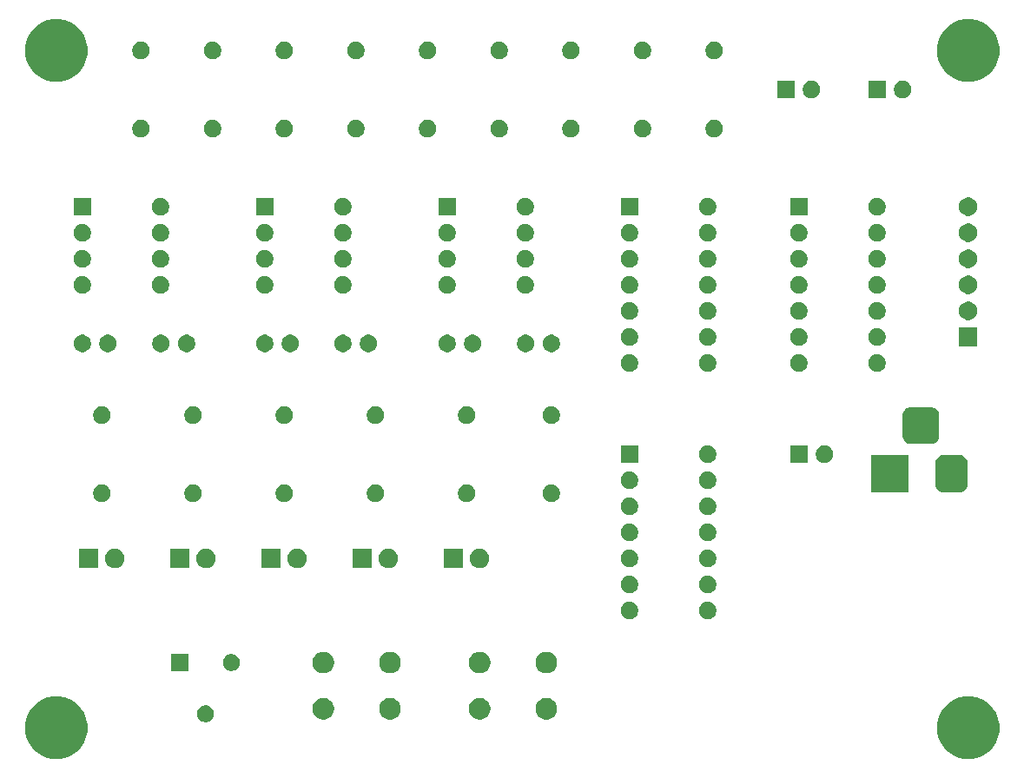
<source format=gbs>
G04 #@! TF.GenerationSoftware,KiCad,Pcbnew,(5.1.5-0-10_14)*
G04 #@! TF.CreationDate,2020-02-19T20:19:11+01:00*
G04 #@! TF.ProjectId,Clock_module,436c6f63-6b5f-46d6-9f64-756c652e6b69,rev?*
G04 #@! TF.SameCoordinates,Original*
G04 #@! TF.FileFunction,Soldermask,Bot*
G04 #@! TF.FilePolarity,Negative*
%FSLAX46Y46*%
G04 Gerber Fmt 4.6, Leading zero omitted, Abs format (unit mm)*
G04 Created by KiCad (PCBNEW (5.1.5-0-10_14)) date 2020-02-19 20:19:11*
%MOMM*%
%LPD*%
G04 APERTURE LIST*
%ADD10C,0.100000*%
G04 APERTURE END LIST*
D10*
G36*
X262509943Y-96126248D02*
G01*
X263065189Y-96356238D01*
X263065190Y-96356239D01*
X263564899Y-96690134D01*
X263989866Y-97115101D01*
X264035540Y-97183457D01*
X264323762Y-97614811D01*
X264553752Y-98170057D01*
X264671000Y-98759501D01*
X264671000Y-99360499D01*
X264553752Y-99949943D01*
X264323762Y-100505189D01*
X264323761Y-100505190D01*
X263989866Y-101004899D01*
X263564899Y-101429866D01*
X263313347Y-101597948D01*
X263065189Y-101763762D01*
X262509943Y-101993752D01*
X261920499Y-102111000D01*
X261319501Y-102111000D01*
X260730057Y-101993752D01*
X260174811Y-101763762D01*
X259926653Y-101597948D01*
X259675101Y-101429866D01*
X259250134Y-101004899D01*
X258916239Y-100505190D01*
X258916238Y-100505189D01*
X258686248Y-99949943D01*
X258569000Y-99360499D01*
X258569000Y-98759501D01*
X258686248Y-98170057D01*
X258916238Y-97614811D01*
X259204460Y-97183457D01*
X259250134Y-97115101D01*
X259675101Y-96690134D01*
X260174810Y-96356239D01*
X260174811Y-96356238D01*
X260730057Y-96126248D01*
X261319501Y-96009000D01*
X261920499Y-96009000D01*
X262509943Y-96126248D01*
G37*
G36*
X173609943Y-96126248D02*
G01*
X174165189Y-96356238D01*
X174165190Y-96356239D01*
X174664899Y-96690134D01*
X175089866Y-97115101D01*
X175135540Y-97183457D01*
X175423762Y-97614811D01*
X175653752Y-98170057D01*
X175771000Y-98759501D01*
X175771000Y-99360499D01*
X175653752Y-99949943D01*
X175423762Y-100505189D01*
X175423761Y-100505190D01*
X175089866Y-101004899D01*
X174664899Y-101429866D01*
X174413347Y-101597948D01*
X174165189Y-101763762D01*
X173609943Y-101993752D01*
X173020499Y-102111000D01*
X172419501Y-102111000D01*
X171830057Y-101993752D01*
X171274811Y-101763762D01*
X171026653Y-101597948D01*
X170775101Y-101429866D01*
X170350134Y-101004899D01*
X170016239Y-100505190D01*
X170016238Y-100505189D01*
X169786248Y-99949943D01*
X169669000Y-99360499D01*
X169669000Y-98759501D01*
X169786248Y-98170057D01*
X170016238Y-97614811D01*
X170304460Y-97183457D01*
X170350134Y-97115101D01*
X170775101Y-96690134D01*
X171274810Y-96356239D01*
X171274811Y-96356238D01*
X171830057Y-96126248D01*
X172419501Y-96009000D01*
X173020499Y-96009000D01*
X173609943Y-96126248D01*
G37*
G36*
X187525935Y-96915742D02*
G01*
X187676258Y-96978008D01*
X187811545Y-97068404D01*
X187926596Y-97183455D01*
X188016992Y-97318742D01*
X188079258Y-97469065D01*
X188111000Y-97628646D01*
X188111000Y-97791354D01*
X188079258Y-97950935D01*
X188016992Y-98101258D01*
X187926596Y-98236545D01*
X187811545Y-98351596D01*
X187676258Y-98441992D01*
X187525935Y-98504258D01*
X187366354Y-98536000D01*
X187203646Y-98536000D01*
X187044065Y-98504258D01*
X186893742Y-98441992D01*
X186758455Y-98351596D01*
X186643404Y-98236545D01*
X186553008Y-98101258D01*
X186490742Y-97950935D01*
X186459000Y-97791354D01*
X186459000Y-97628646D01*
X186490742Y-97469065D01*
X186553008Y-97318742D01*
X186643404Y-97183455D01*
X186758455Y-97068404D01*
X186893742Y-96978008D01*
X187044065Y-96915742D01*
X187203646Y-96884000D01*
X187366354Y-96884000D01*
X187525935Y-96915742D01*
G37*
G36*
X205561564Y-96199389D02*
G01*
X205752833Y-96278615D01*
X205752835Y-96278616D01*
X205924973Y-96393635D01*
X206071365Y-96540027D01*
X206171663Y-96690133D01*
X206186385Y-96712167D01*
X206265611Y-96903436D01*
X206306000Y-97106484D01*
X206306000Y-97313516D01*
X206265611Y-97516564D01*
X206186385Y-97707833D01*
X206186384Y-97707835D01*
X206071365Y-97879973D01*
X205924973Y-98026365D01*
X205752835Y-98141384D01*
X205752834Y-98141385D01*
X205752833Y-98141385D01*
X205561564Y-98220611D01*
X205358516Y-98261000D01*
X205151484Y-98261000D01*
X204948436Y-98220611D01*
X204757167Y-98141385D01*
X204757166Y-98141385D01*
X204757165Y-98141384D01*
X204585027Y-98026365D01*
X204438635Y-97879973D01*
X204323616Y-97707835D01*
X204323615Y-97707833D01*
X204244389Y-97516564D01*
X204204000Y-97313516D01*
X204204000Y-97106484D01*
X204244389Y-96903436D01*
X204323615Y-96712167D01*
X204338338Y-96690133D01*
X204438635Y-96540027D01*
X204585027Y-96393635D01*
X204757165Y-96278616D01*
X204757167Y-96278615D01*
X204948436Y-96199389D01*
X205151484Y-96159000D01*
X205358516Y-96159000D01*
X205561564Y-96199389D01*
G37*
G36*
X199061564Y-96199389D02*
G01*
X199252833Y-96278615D01*
X199252835Y-96278616D01*
X199424973Y-96393635D01*
X199571365Y-96540027D01*
X199671663Y-96690133D01*
X199686385Y-96712167D01*
X199765611Y-96903436D01*
X199806000Y-97106484D01*
X199806000Y-97313516D01*
X199765611Y-97516564D01*
X199686385Y-97707833D01*
X199686384Y-97707835D01*
X199571365Y-97879973D01*
X199424973Y-98026365D01*
X199252835Y-98141384D01*
X199252834Y-98141385D01*
X199252833Y-98141385D01*
X199061564Y-98220611D01*
X198858516Y-98261000D01*
X198651484Y-98261000D01*
X198448436Y-98220611D01*
X198257167Y-98141385D01*
X198257166Y-98141385D01*
X198257165Y-98141384D01*
X198085027Y-98026365D01*
X197938635Y-97879973D01*
X197823616Y-97707835D01*
X197823615Y-97707833D01*
X197744389Y-97516564D01*
X197704000Y-97313516D01*
X197704000Y-97106484D01*
X197744389Y-96903436D01*
X197823615Y-96712167D01*
X197838338Y-96690133D01*
X197938635Y-96540027D01*
X198085027Y-96393635D01*
X198257165Y-96278616D01*
X198257167Y-96278615D01*
X198448436Y-96199389D01*
X198651484Y-96159000D01*
X198858516Y-96159000D01*
X199061564Y-96199389D01*
G37*
G36*
X220801564Y-96199389D02*
G01*
X220992833Y-96278615D01*
X220992835Y-96278616D01*
X221164973Y-96393635D01*
X221311365Y-96540027D01*
X221411663Y-96690133D01*
X221426385Y-96712167D01*
X221505611Y-96903436D01*
X221546000Y-97106484D01*
X221546000Y-97313516D01*
X221505611Y-97516564D01*
X221426385Y-97707833D01*
X221426384Y-97707835D01*
X221311365Y-97879973D01*
X221164973Y-98026365D01*
X220992835Y-98141384D01*
X220992834Y-98141385D01*
X220992833Y-98141385D01*
X220801564Y-98220611D01*
X220598516Y-98261000D01*
X220391484Y-98261000D01*
X220188436Y-98220611D01*
X219997167Y-98141385D01*
X219997166Y-98141385D01*
X219997165Y-98141384D01*
X219825027Y-98026365D01*
X219678635Y-97879973D01*
X219563616Y-97707835D01*
X219563615Y-97707833D01*
X219484389Y-97516564D01*
X219444000Y-97313516D01*
X219444000Y-97106484D01*
X219484389Y-96903436D01*
X219563615Y-96712167D01*
X219578338Y-96690133D01*
X219678635Y-96540027D01*
X219825027Y-96393635D01*
X219997165Y-96278616D01*
X219997167Y-96278615D01*
X220188436Y-96199389D01*
X220391484Y-96159000D01*
X220598516Y-96159000D01*
X220801564Y-96199389D01*
G37*
G36*
X214301564Y-96199389D02*
G01*
X214492833Y-96278615D01*
X214492835Y-96278616D01*
X214664973Y-96393635D01*
X214811365Y-96540027D01*
X214911663Y-96690133D01*
X214926385Y-96712167D01*
X215005611Y-96903436D01*
X215046000Y-97106484D01*
X215046000Y-97313516D01*
X215005611Y-97516564D01*
X214926385Y-97707833D01*
X214926384Y-97707835D01*
X214811365Y-97879973D01*
X214664973Y-98026365D01*
X214492835Y-98141384D01*
X214492834Y-98141385D01*
X214492833Y-98141385D01*
X214301564Y-98220611D01*
X214098516Y-98261000D01*
X213891484Y-98261000D01*
X213688436Y-98220611D01*
X213497167Y-98141385D01*
X213497166Y-98141385D01*
X213497165Y-98141384D01*
X213325027Y-98026365D01*
X213178635Y-97879973D01*
X213063616Y-97707835D01*
X213063615Y-97707833D01*
X212984389Y-97516564D01*
X212944000Y-97313516D01*
X212944000Y-97106484D01*
X212984389Y-96903436D01*
X213063615Y-96712167D01*
X213078338Y-96690133D01*
X213178635Y-96540027D01*
X213325027Y-96393635D01*
X213497165Y-96278616D01*
X213497167Y-96278615D01*
X213688436Y-96199389D01*
X213891484Y-96159000D01*
X214098516Y-96159000D01*
X214301564Y-96199389D01*
G37*
G36*
X220801564Y-91699389D02*
G01*
X220992833Y-91778615D01*
X220992835Y-91778616D01*
X221164973Y-91893635D01*
X221311365Y-92040027D01*
X221407201Y-92183455D01*
X221426385Y-92212167D01*
X221505611Y-92403436D01*
X221546000Y-92606484D01*
X221546000Y-92813516D01*
X221505611Y-93016564D01*
X221426385Y-93207833D01*
X221426384Y-93207835D01*
X221311365Y-93379973D01*
X221164973Y-93526365D01*
X220992835Y-93641384D01*
X220992834Y-93641385D01*
X220992833Y-93641385D01*
X220801564Y-93720611D01*
X220598516Y-93761000D01*
X220391484Y-93761000D01*
X220188436Y-93720611D01*
X219997167Y-93641385D01*
X219997166Y-93641385D01*
X219997165Y-93641384D01*
X219825027Y-93526365D01*
X219678635Y-93379973D01*
X219563616Y-93207835D01*
X219563615Y-93207833D01*
X219484389Y-93016564D01*
X219444000Y-92813516D01*
X219444000Y-92606484D01*
X219484389Y-92403436D01*
X219563615Y-92212167D01*
X219582800Y-92183455D01*
X219678635Y-92040027D01*
X219825027Y-91893635D01*
X219997165Y-91778616D01*
X219997167Y-91778615D01*
X220188436Y-91699389D01*
X220391484Y-91659000D01*
X220598516Y-91659000D01*
X220801564Y-91699389D01*
G37*
G36*
X214301564Y-91699389D02*
G01*
X214492833Y-91778615D01*
X214492835Y-91778616D01*
X214664973Y-91893635D01*
X214811365Y-92040027D01*
X214907201Y-92183455D01*
X214926385Y-92212167D01*
X215005611Y-92403436D01*
X215046000Y-92606484D01*
X215046000Y-92813516D01*
X215005611Y-93016564D01*
X214926385Y-93207833D01*
X214926384Y-93207835D01*
X214811365Y-93379973D01*
X214664973Y-93526365D01*
X214492835Y-93641384D01*
X214492834Y-93641385D01*
X214492833Y-93641385D01*
X214301564Y-93720611D01*
X214098516Y-93761000D01*
X213891484Y-93761000D01*
X213688436Y-93720611D01*
X213497167Y-93641385D01*
X213497166Y-93641385D01*
X213497165Y-93641384D01*
X213325027Y-93526365D01*
X213178635Y-93379973D01*
X213063616Y-93207835D01*
X213063615Y-93207833D01*
X212984389Y-93016564D01*
X212944000Y-92813516D01*
X212944000Y-92606484D01*
X212984389Y-92403436D01*
X213063615Y-92212167D01*
X213082800Y-92183455D01*
X213178635Y-92040027D01*
X213325027Y-91893635D01*
X213497165Y-91778616D01*
X213497167Y-91778615D01*
X213688436Y-91699389D01*
X213891484Y-91659000D01*
X214098516Y-91659000D01*
X214301564Y-91699389D01*
G37*
G36*
X205561564Y-91699389D02*
G01*
X205752833Y-91778615D01*
X205752835Y-91778616D01*
X205924973Y-91893635D01*
X206071365Y-92040027D01*
X206167201Y-92183455D01*
X206186385Y-92212167D01*
X206265611Y-92403436D01*
X206306000Y-92606484D01*
X206306000Y-92813516D01*
X206265611Y-93016564D01*
X206186385Y-93207833D01*
X206186384Y-93207835D01*
X206071365Y-93379973D01*
X205924973Y-93526365D01*
X205752835Y-93641384D01*
X205752834Y-93641385D01*
X205752833Y-93641385D01*
X205561564Y-93720611D01*
X205358516Y-93761000D01*
X205151484Y-93761000D01*
X204948436Y-93720611D01*
X204757167Y-93641385D01*
X204757166Y-93641385D01*
X204757165Y-93641384D01*
X204585027Y-93526365D01*
X204438635Y-93379973D01*
X204323616Y-93207835D01*
X204323615Y-93207833D01*
X204244389Y-93016564D01*
X204204000Y-92813516D01*
X204204000Y-92606484D01*
X204244389Y-92403436D01*
X204323615Y-92212167D01*
X204342800Y-92183455D01*
X204438635Y-92040027D01*
X204585027Y-91893635D01*
X204757165Y-91778616D01*
X204757167Y-91778615D01*
X204948436Y-91699389D01*
X205151484Y-91659000D01*
X205358516Y-91659000D01*
X205561564Y-91699389D01*
G37*
G36*
X199061564Y-91699389D02*
G01*
X199252833Y-91778615D01*
X199252835Y-91778616D01*
X199424973Y-91893635D01*
X199571365Y-92040027D01*
X199667201Y-92183455D01*
X199686385Y-92212167D01*
X199765611Y-92403436D01*
X199806000Y-92606484D01*
X199806000Y-92813516D01*
X199765611Y-93016564D01*
X199686385Y-93207833D01*
X199686384Y-93207835D01*
X199571365Y-93379973D01*
X199424973Y-93526365D01*
X199252835Y-93641384D01*
X199252834Y-93641385D01*
X199252833Y-93641385D01*
X199061564Y-93720611D01*
X198858516Y-93761000D01*
X198651484Y-93761000D01*
X198448436Y-93720611D01*
X198257167Y-93641385D01*
X198257166Y-93641385D01*
X198257165Y-93641384D01*
X198085027Y-93526365D01*
X197938635Y-93379973D01*
X197823616Y-93207835D01*
X197823615Y-93207833D01*
X197744389Y-93016564D01*
X197704000Y-92813516D01*
X197704000Y-92606484D01*
X197744389Y-92403436D01*
X197823615Y-92212167D01*
X197842800Y-92183455D01*
X197938635Y-92040027D01*
X198085027Y-91893635D01*
X198257165Y-91778616D01*
X198257167Y-91778615D01*
X198448436Y-91699389D01*
X198651484Y-91659000D01*
X198858516Y-91659000D01*
X199061564Y-91699389D01*
G37*
G36*
X190025935Y-91915742D02*
G01*
X190176258Y-91978008D01*
X190311545Y-92068404D01*
X190426596Y-92183455D01*
X190516992Y-92318742D01*
X190579258Y-92469065D01*
X190611000Y-92628646D01*
X190611000Y-92791354D01*
X190579258Y-92950935D01*
X190516992Y-93101258D01*
X190426596Y-93236545D01*
X190311545Y-93351596D01*
X190176258Y-93441992D01*
X190025935Y-93504258D01*
X189866354Y-93536000D01*
X189703646Y-93536000D01*
X189544065Y-93504258D01*
X189393742Y-93441992D01*
X189258455Y-93351596D01*
X189143404Y-93236545D01*
X189053008Y-93101258D01*
X188990742Y-92950935D01*
X188959000Y-92791354D01*
X188959000Y-92628646D01*
X188990742Y-92469065D01*
X189053008Y-92318742D01*
X189143404Y-92183455D01*
X189258455Y-92068404D01*
X189393742Y-91978008D01*
X189544065Y-91915742D01*
X189703646Y-91884000D01*
X189866354Y-91884000D01*
X190025935Y-91915742D01*
G37*
G36*
X185611000Y-93536000D02*
G01*
X183959000Y-93536000D01*
X183959000Y-91884000D01*
X185611000Y-91884000D01*
X185611000Y-93536000D01*
G37*
G36*
X228848228Y-86811703D02*
G01*
X229003100Y-86875853D01*
X229142481Y-86968985D01*
X229261015Y-87087519D01*
X229354147Y-87226900D01*
X229418297Y-87381772D01*
X229451000Y-87546184D01*
X229451000Y-87713816D01*
X229418297Y-87878228D01*
X229354147Y-88033100D01*
X229261015Y-88172481D01*
X229142481Y-88291015D01*
X229003100Y-88384147D01*
X228848228Y-88448297D01*
X228683816Y-88481000D01*
X228516184Y-88481000D01*
X228351772Y-88448297D01*
X228196900Y-88384147D01*
X228057519Y-88291015D01*
X227938985Y-88172481D01*
X227845853Y-88033100D01*
X227781703Y-87878228D01*
X227749000Y-87713816D01*
X227749000Y-87546184D01*
X227781703Y-87381772D01*
X227845853Y-87226900D01*
X227938985Y-87087519D01*
X228057519Y-86968985D01*
X228196900Y-86875853D01*
X228351772Y-86811703D01*
X228516184Y-86779000D01*
X228683816Y-86779000D01*
X228848228Y-86811703D01*
G37*
G36*
X236468228Y-86811703D02*
G01*
X236623100Y-86875853D01*
X236762481Y-86968985D01*
X236881015Y-87087519D01*
X236974147Y-87226900D01*
X237038297Y-87381772D01*
X237071000Y-87546184D01*
X237071000Y-87713816D01*
X237038297Y-87878228D01*
X236974147Y-88033100D01*
X236881015Y-88172481D01*
X236762481Y-88291015D01*
X236623100Y-88384147D01*
X236468228Y-88448297D01*
X236303816Y-88481000D01*
X236136184Y-88481000D01*
X235971772Y-88448297D01*
X235816900Y-88384147D01*
X235677519Y-88291015D01*
X235558985Y-88172481D01*
X235465853Y-88033100D01*
X235401703Y-87878228D01*
X235369000Y-87713816D01*
X235369000Y-87546184D01*
X235401703Y-87381772D01*
X235465853Y-87226900D01*
X235558985Y-87087519D01*
X235677519Y-86968985D01*
X235816900Y-86875853D01*
X235971772Y-86811703D01*
X236136184Y-86779000D01*
X236303816Y-86779000D01*
X236468228Y-86811703D01*
G37*
G36*
X228848228Y-84271703D02*
G01*
X229003100Y-84335853D01*
X229142481Y-84428985D01*
X229261015Y-84547519D01*
X229354147Y-84686900D01*
X229418297Y-84841772D01*
X229451000Y-85006184D01*
X229451000Y-85173816D01*
X229418297Y-85338228D01*
X229354147Y-85493100D01*
X229261015Y-85632481D01*
X229142481Y-85751015D01*
X229003100Y-85844147D01*
X228848228Y-85908297D01*
X228683816Y-85941000D01*
X228516184Y-85941000D01*
X228351772Y-85908297D01*
X228196900Y-85844147D01*
X228057519Y-85751015D01*
X227938985Y-85632481D01*
X227845853Y-85493100D01*
X227781703Y-85338228D01*
X227749000Y-85173816D01*
X227749000Y-85006184D01*
X227781703Y-84841772D01*
X227845853Y-84686900D01*
X227938985Y-84547519D01*
X228057519Y-84428985D01*
X228196900Y-84335853D01*
X228351772Y-84271703D01*
X228516184Y-84239000D01*
X228683816Y-84239000D01*
X228848228Y-84271703D01*
G37*
G36*
X236468228Y-84271703D02*
G01*
X236623100Y-84335853D01*
X236762481Y-84428985D01*
X236881015Y-84547519D01*
X236974147Y-84686900D01*
X237038297Y-84841772D01*
X237071000Y-85006184D01*
X237071000Y-85173816D01*
X237038297Y-85338228D01*
X236974147Y-85493100D01*
X236881015Y-85632481D01*
X236762481Y-85751015D01*
X236623100Y-85844147D01*
X236468228Y-85908297D01*
X236303816Y-85941000D01*
X236136184Y-85941000D01*
X235971772Y-85908297D01*
X235816900Y-85844147D01*
X235677519Y-85751015D01*
X235558985Y-85632481D01*
X235465853Y-85493100D01*
X235401703Y-85338228D01*
X235369000Y-85173816D01*
X235369000Y-85006184D01*
X235401703Y-84841772D01*
X235465853Y-84686900D01*
X235558985Y-84547519D01*
X235677519Y-84428985D01*
X235816900Y-84335853D01*
X235971772Y-84271703D01*
X236136184Y-84239000D01*
X236303816Y-84239000D01*
X236468228Y-84271703D01*
G37*
G36*
X196492395Y-81635546D02*
G01*
X196665466Y-81707234D01*
X196665467Y-81707235D01*
X196821227Y-81811310D01*
X196953690Y-81943773D01*
X196996284Y-82007520D01*
X197057766Y-82099534D01*
X197129454Y-82272605D01*
X197166000Y-82456333D01*
X197166000Y-82643667D01*
X197129454Y-82827395D01*
X197057766Y-83000466D01*
X197057765Y-83000467D01*
X196953690Y-83156227D01*
X196821227Y-83288690D01*
X196798092Y-83304148D01*
X196665466Y-83392766D01*
X196492395Y-83464454D01*
X196308667Y-83501000D01*
X196121333Y-83501000D01*
X195937605Y-83464454D01*
X195764534Y-83392766D01*
X195631908Y-83304148D01*
X195608773Y-83288690D01*
X195476310Y-83156227D01*
X195372235Y-83000467D01*
X195372234Y-83000466D01*
X195300546Y-82827395D01*
X195264000Y-82643667D01*
X195264000Y-82456333D01*
X195300546Y-82272605D01*
X195372234Y-82099534D01*
X195433716Y-82007520D01*
X195476310Y-81943773D01*
X195608773Y-81811310D01*
X195764533Y-81707235D01*
X195764534Y-81707234D01*
X195937605Y-81635546D01*
X196121333Y-81599000D01*
X196308667Y-81599000D01*
X196492395Y-81635546D01*
G37*
G36*
X178712395Y-81635546D02*
G01*
X178885466Y-81707234D01*
X178885467Y-81707235D01*
X179041227Y-81811310D01*
X179173690Y-81943773D01*
X179216284Y-82007520D01*
X179277766Y-82099534D01*
X179349454Y-82272605D01*
X179386000Y-82456333D01*
X179386000Y-82643667D01*
X179349454Y-82827395D01*
X179277766Y-83000466D01*
X179277765Y-83000467D01*
X179173690Y-83156227D01*
X179041227Y-83288690D01*
X179018092Y-83304148D01*
X178885466Y-83392766D01*
X178712395Y-83464454D01*
X178528667Y-83501000D01*
X178341333Y-83501000D01*
X178157605Y-83464454D01*
X177984534Y-83392766D01*
X177851908Y-83304148D01*
X177828773Y-83288690D01*
X177696310Y-83156227D01*
X177592235Y-83000467D01*
X177592234Y-83000466D01*
X177520546Y-82827395D01*
X177484000Y-82643667D01*
X177484000Y-82456333D01*
X177520546Y-82272605D01*
X177592234Y-82099534D01*
X177653716Y-82007520D01*
X177696310Y-81943773D01*
X177828773Y-81811310D01*
X177984533Y-81707235D01*
X177984534Y-81707234D01*
X178157605Y-81635546D01*
X178341333Y-81599000D01*
X178528667Y-81599000D01*
X178712395Y-81635546D01*
G37*
G36*
X187602395Y-81635546D02*
G01*
X187775466Y-81707234D01*
X187775467Y-81707235D01*
X187931227Y-81811310D01*
X188063690Y-81943773D01*
X188106284Y-82007520D01*
X188167766Y-82099534D01*
X188239454Y-82272605D01*
X188276000Y-82456333D01*
X188276000Y-82643667D01*
X188239454Y-82827395D01*
X188167766Y-83000466D01*
X188167765Y-83000467D01*
X188063690Y-83156227D01*
X187931227Y-83288690D01*
X187908092Y-83304148D01*
X187775466Y-83392766D01*
X187602395Y-83464454D01*
X187418667Y-83501000D01*
X187231333Y-83501000D01*
X187047605Y-83464454D01*
X186874534Y-83392766D01*
X186741908Y-83304148D01*
X186718773Y-83288690D01*
X186586310Y-83156227D01*
X186482235Y-83000467D01*
X186482234Y-83000466D01*
X186410546Y-82827395D01*
X186374000Y-82643667D01*
X186374000Y-82456333D01*
X186410546Y-82272605D01*
X186482234Y-82099534D01*
X186543716Y-82007520D01*
X186586310Y-81943773D01*
X186718773Y-81811310D01*
X186874533Y-81707235D01*
X186874534Y-81707234D01*
X187047605Y-81635546D01*
X187231333Y-81599000D01*
X187418667Y-81599000D01*
X187602395Y-81635546D01*
G37*
G36*
X194626000Y-83501000D02*
G01*
X192724000Y-83501000D01*
X192724000Y-81599000D01*
X194626000Y-81599000D01*
X194626000Y-83501000D01*
G37*
G36*
X203516000Y-83501000D02*
G01*
X201614000Y-83501000D01*
X201614000Y-81599000D01*
X203516000Y-81599000D01*
X203516000Y-83501000D01*
G37*
G36*
X205382395Y-81635546D02*
G01*
X205555466Y-81707234D01*
X205555467Y-81707235D01*
X205711227Y-81811310D01*
X205843690Y-81943773D01*
X205886284Y-82007520D01*
X205947766Y-82099534D01*
X206019454Y-82272605D01*
X206056000Y-82456333D01*
X206056000Y-82643667D01*
X206019454Y-82827395D01*
X205947766Y-83000466D01*
X205947765Y-83000467D01*
X205843690Y-83156227D01*
X205711227Y-83288690D01*
X205688092Y-83304148D01*
X205555466Y-83392766D01*
X205382395Y-83464454D01*
X205198667Y-83501000D01*
X205011333Y-83501000D01*
X204827605Y-83464454D01*
X204654534Y-83392766D01*
X204521908Y-83304148D01*
X204498773Y-83288690D01*
X204366310Y-83156227D01*
X204262235Y-83000467D01*
X204262234Y-83000466D01*
X204190546Y-82827395D01*
X204154000Y-82643667D01*
X204154000Y-82456333D01*
X204190546Y-82272605D01*
X204262234Y-82099534D01*
X204323716Y-82007520D01*
X204366310Y-81943773D01*
X204498773Y-81811310D01*
X204654533Y-81707235D01*
X204654534Y-81707234D01*
X204827605Y-81635546D01*
X205011333Y-81599000D01*
X205198667Y-81599000D01*
X205382395Y-81635546D01*
G37*
G36*
X176846000Y-83501000D02*
G01*
X174944000Y-83501000D01*
X174944000Y-81599000D01*
X176846000Y-81599000D01*
X176846000Y-83501000D01*
G37*
G36*
X214272395Y-81635546D02*
G01*
X214445466Y-81707234D01*
X214445467Y-81707235D01*
X214601227Y-81811310D01*
X214733690Y-81943773D01*
X214776284Y-82007520D01*
X214837766Y-82099534D01*
X214909454Y-82272605D01*
X214946000Y-82456333D01*
X214946000Y-82643667D01*
X214909454Y-82827395D01*
X214837766Y-83000466D01*
X214837765Y-83000467D01*
X214733690Y-83156227D01*
X214601227Y-83288690D01*
X214578092Y-83304148D01*
X214445466Y-83392766D01*
X214272395Y-83464454D01*
X214088667Y-83501000D01*
X213901333Y-83501000D01*
X213717605Y-83464454D01*
X213544534Y-83392766D01*
X213411908Y-83304148D01*
X213388773Y-83288690D01*
X213256310Y-83156227D01*
X213152235Y-83000467D01*
X213152234Y-83000466D01*
X213080546Y-82827395D01*
X213044000Y-82643667D01*
X213044000Y-82456333D01*
X213080546Y-82272605D01*
X213152234Y-82099534D01*
X213213716Y-82007520D01*
X213256310Y-81943773D01*
X213388773Y-81811310D01*
X213544533Y-81707235D01*
X213544534Y-81707234D01*
X213717605Y-81635546D01*
X213901333Y-81599000D01*
X214088667Y-81599000D01*
X214272395Y-81635546D01*
G37*
G36*
X212406000Y-83501000D02*
G01*
X210504000Y-83501000D01*
X210504000Y-81599000D01*
X212406000Y-81599000D01*
X212406000Y-83501000D01*
G37*
G36*
X185736000Y-83501000D02*
G01*
X183834000Y-83501000D01*
X183834000Y-81599000D01*
X185736000Y-81599000D01*
X185736000Y-83501000D01*
G37*
G36*
X228848228Y-81731703D02*
G01*
X229003100Y-81795853D01*
X229142481Y-81888985D01*
X229261015Y-82007519D01*
X229354147Y-82146900D01*
X229418297Y-82301772D01*
X229451000Y-82466184D01*
X229451000Y-82633816D01*
X229418297Y-82798228D01*
X229354147Y-82953100D01*
X229261015Y-83092481D01*
X229142481Y-83211015D01*
X229003100Y-83304147D01*
X228848228Y-83368297D01*
X228683816Y-83401000D01*
X228516184Y-83401000D01*
X228351772Y-83368297D01*
X228196900Y-83304147D01*
X228057519Y-83211015D01*
X227938985Y-83092481D01*
X227845853Y-82953100D01*
X227781703Y-82798228D01*
X227749000Y-82633816D01*
X227749000Y-82466184D01*
X227781703Y-82301772D01*
X227845853Y-82146900D01*
X227938985Y-82007519D01*
X228057519Y-81888985D01*
X228196900Y-81795853D01*
X228351772Y-81731703D01*
X228516184Y-81699000D01*
X228683816Y-81699000D01*
X228848228Y-81731703D01*
G37*
G36*
X236468228Y-81731703D02*
G01*
X236623100Y-81795853D01*
X236762481Y-81888985D01*
X236881015Y-82007519D01*
X236974147Y-82146900D01*
X237038297Y-82301772D01*
X237071000Y-82466184D01*
X237071000Y-82633816D01*
X237038297Y-82798228D01*
X236974147Y-82953100D01*
X236881015Y-83092481D01*
X236762481Y-83211015D01*
X236623100Y-83304147D01*
X236468228Y-83368297D01*
X236303816Y-83401000D01*
X236136184Y-83401000D01*
X235971772Y-83368297D01*
X235816900Y-83304147D01*
X235677519Y-83211015D01*
X235558985Y-83092481D01*
X235465853Y-82953100D01*
X235401703Y-82798228D01*
X235369000Y-82633816D01*
X235369000Y-82466184D01*
X235401703Y-82301772D01*
X235465853Y-82146900D01*
X235558985Y-82007519D01*
X235677519Y-81888985D01*
X235816900Y-81795853D01*
X235971772Y-81731703D01*
X236136184Y-81699000D01*
X236303816Y-81699000D01*
X236468228Y-81731703D01*
G37*
G36*
X228848228Y-79191703D02*
G01*
X229003100Y-79255853D01*
X229142481Y-79348985D01*
X229261015Y-79467519D01*
X229354147Y-79606900D01*
X229418297Y-79761772D01*
X229451000Y-79926184D01*
X229451000Y-80093816D01*
X229418297Y-80258228D01*
X229354147Y-80413100D01*
X229261015Y-80552481D01*
X229142481Y-80671015D01*
X229003100Y-80764147D01*
X228848228Y-80828297D01*
X228683816Y-80861000D01*
X228516184Y-80861000D01*
X228351772Y-80828297D01*
X228196900Y-80764147D01*
X228057519Y-80671015D01*
X227938985Y-80552481D01*
X227845853Y-80413100D01*
X227781703Y-80258228D01*
X227749000Y-80093816D01*
X227749000Y-79926184D01*
X227781703Y-79761772D01*
X227845853Y-79606900D01*
X227938985Y-79467519D01*
X228057519Y-79348985D01*
X228196900Y-79255853D01*
X228351772Y-79191703D01*
X228516184Y-79159000D01*
X228683816Y-79159000D01*
X228848228Y-79191703D01*
G37*
G36*
X236468228Y-79191703D02*
G01*
X236623100Y-79255853D01*
X236762481Y-79348985D01*
X236881015Y-79467519D01*
X236974147Y-79606900D01*
X237038297Y-79761772D01*
X237071000Y-79926184D01*
X237071000Y-80093816D01*
X237038297Y-80258228D01*
X236974147Y-80413100D01*
X236881015Y-80552481D01*
X236762481Y-80671015D01*
X236623100Y-80764147D01*
X236468228Y-80828297D01*
X236303816Y-80861000D01*
X236136184Y-80861000D01*
X235971772Y-80828297D01*
X235816900Y-80764147D01*
X235677519Y-80671015D01*
X235558985Y-80552481D01*
X235465853Y-80413100D01*
X235401703Y-80258228D01*
X235369000Y-80093816D01*
X235369000Y-79926184D01*
X235401703Y-79761772D01*
X235465853Y-79606900D01*
X235558985Y-79467519D01*
X235677519Y-79348985D01*
X235816900Y-79255853D01*
X235971772Y-79191703D01*
X236136184Y-79159000D01*
X236303816Y-79159000D01*
X236468228Y-79191703D01*
G37*
G36*
X236468228Y-76651703D02*
G01*
X236623100Y-76715853D01*
X236762481Y-76808985D01*
X236881015Y-76927519D01*
X236974147Y-77066900D01*
X237038297Y-77221772D01*
X237071000Y-77386184D01*
X237071000Y-77553816D01*
X237038297Y-77718228D01*
X236974147Y-77873100D01*
X236881015Y-78012481D01*
X236762481Y-78131015D01*
X236623100Y-78224147D01*
X236468228Y-78288297D01*
X236303816Y-78321000D01*
X236136184Y-78321000D01*
X235971772Y-78288297D01*
X235816900Y-78224147D01*
X235677519Y-78131015D01*
X235558985Y-78012481D01*
X235465853Y-77873100D01*
X235401703Y-77718228D01*
X235369000Y-77553816D01*
X235369000Y-77386184D01*
X235401703Y-77221772D01*
X235465853Y-77066900D01*
X235558985Y-76927519D01*
X235677519Y-76808985D01*
X235816900Y-76715853D01*
X235971772Y-76651703D01*
X236136184Y-76619000D01*
X236303816Y-76619000D01*
X236468228Y-76651703D01*
G37*
G36*
X228848228Y-76651703D02*
G01*
X229003100Y-76715853D01*
X229142481Y-76808985D01*
X229261015Y-76927519D01*
X229354147Y-77066900D01*
X229418297Y-77221772D01*
X229451000Y-77386184D01*
X229451000Y-77553816D01*
X229418297Y-77718228D01*
X229354147Y-77873100D01*
X229261015Y-78012481D01*
X229142481Y-78131015D01*
X229003100Y-78224147D01*
X228848228Y-78288297D01*
X228683816Y-78321000D01*
X228516184Y-78321000D01*
X228351772Y-78288297D01*
X228196900Y-78224147D01*
X228057519Y-78131015D01*
X227938985Y-78012481D01*
X227845853Y-77873100D01*
X227781703Y-77718228D01*
X227749000Y-77553816D01*
X227749000Y-77386184D01*
X227781703Y-77221772D01*
X227845853Y-77066900D01*
X227938985Y-76927519D01*
X228057519Y-76808985D01*
X228196900Y-76715853D01*
X228351772Y-76651703D01*
X228516184Y-76619000D01*
X228683816Y-76619000D01*
X228848228Y-76651703D01*
G37*
G36*
X204083228Y-75381703D02*
G01*
X204238100Y-75445853D01*
X204377481Y-75538985D01*
X204496015Y-75657519D01*
X204589147Y-75796900D01*
X204653297Y-75951772D01*
X204686000Y-76116184D01*
X204686000Y-76283816D01*
X204653297Y-76448228D01*
X204589147Y-76603100D01*
X204496015Y-76742481D01*
X204377481Y-76861015D01*
X204238100Y-76954147D01*
X204083228Y-77018297D01*
X203918816Y-77051000D01*
X203751184Y-77051000D01*
X203586772Y-77018297D01*
X203431900Y-76954147D01*
X203292519Y-76861015D01*
X203173985Y-76742481D01*
X203080853Y-76603100D01*
X203016703Y-76448228D01*
X202984000Y-76283816D01*
X202984000Y-76116184D01*
X203016703Y-75951772D01*
X203080853Y-75796900D01*
X203173985Y-75657519D01*
X203292519Y-75538985D01*
X203431900Y-75445853D01*
X203586772Y-75381703D01*
X203751184Y-75349000D01*
X203918816Y-75349000D01*
X204083228Y-75381703D01*
G37*
G36*
X177413228Y-75381703D02*
G01*
X177568100Y-75445853D01*
X177707481Y-75538985D01*
X177826015Y-75657519D01*
X177919147Y-75796900D01*
X177983297Y-75951772D01*
X178016000Y-76116184D01*
X178016000Y-76283816D01*
X177983297Y-76448228D01*
X177919147Y-76603100D01*
X177826015Y-76742481D01*
X177707481Y-76861015D01*
X177568100Y-76954147D01*
X177413228Y-77018297D01*
X177248816Y-77051000D01*
X177081184Y-77051000D01*
X176916772Y-77018297D01*
X176761900Y-76954147D01*
X176622519Y-76861015D01*
X176503985Y-76742481D01*
X176410853Y-76603100D01*
X176346703Y-76448228D01*
X176314000Y-76283816D01*
X176314000Y-76116184D01*
X176346703Y-75951772D01*
X176410853Y-75796900D01*
X176503985Y-75657519D01*
X176622519Y-75538985D01*
X176761900Y-75445853D01*
X176916772Y-75381703D01*
X177081184Y-75349000D01*
X177248816Y-75349000D01*
X177413228Y-75381703D01*
G37*
G36*
X186303228Y-75381703D02*
G01*
X186458100Y-75445853D01*
X186597481Y-75538985D01*
X186716015Y-75657519D01*
X186809147Y-75796900D01*
X186873297Y-75951772D01*
X186906000Y-76116184D01*
X186906000Y-76283816D01*
X186873297Y-76448228D01*
X186809147Y-76603100D01*
X186716015Y-76742481D01*
X186597481Y-76861015D01*
X186458100Y-76954147D01*
X186303228Y-77018297D01*
X186138816Y-77051000D01*
X185971184Y-77051000D01*
X185806772Y-77018297D01*
X185651900Y-76954147D01*
X185512519Y-76861015D01*
X185393985Y-76742481D01*
X185300853Y-76603100D01*
X185236703Y-76448228D01*
X185204000Y-76283816D01*
X185204000Y-76116184D01*
X185236703Y-75951772D01*
X185300853Y-75796900D01*
X185393985Y-75657519D01*
X185512519Y-75538985D01*
X185651900Y-75445853D01*
X185806772Y-75381703D01*
X185971184Y-75349000D01*
X186138816Y-75349000D01*
X186303228Y-75381703D01*
G37*
G36*
X195193228Y-75381703D02*
G01*
X195348100Y-75445853D01*
X195487481Y-75538985D01*
X195606015Y-75657519D01*
X195699147Y-75796900D01*
X195763297Y-75951772D01*
X195796000Y-76116184D01*
X195796000Y-76283816D01*
X195763297Y-76448228D01*
X195699147Y-76603100D01*
X195606015Y-76742481D01*
X195487481Y-76861015D01*
X195348100Y-76954147D01*
X195193228Y-77018297D01*
X195028816Y-77051000D01*
X194861184Y-77051000D01*
X194696772Y-77018297D01*
X194541900Y-76954147D01*
X194402519Y-76861015D01*
X194283985Y-76742481D01*
X194190853Y-76603100D01*
X194126703Y-76448228D01*
X194094000Y-76283816D01*
X194094000Y-76116184D01*
X194126703Y-75951772D01*
X194190853Y-75796900D01*
X194283985Y-75657519D01*
X194402519Y-75538985D01*
X194541900Y-75445853D01*
X194696772Y-75381703D01*
X194861184Y-75349000D01*
X195028816Y-75349000D01*
X195193228Y-75381703D01*
G37*
G36*
X212973228Y-75381703D02*
G01*
X213128100Y-75445853D01*
X213267481Y-75538985D01*
X213386015Y-75657519D01*
X213479147Y-75796900D01*
X213543297Y-75951772D01*
X213576000Y-76116184D01*
X213576000Y-76283816D01*
X213543297Y-76448228D01*
X213479147Y-76603100D01*
X213386015Y-76742481D01*
X213267481Y-76861015D01*
X213128100Y-76954147D01*
X212973228Y-77018297D01*
X212808816Y-77051000D01*
X212641184Y-77051000D01*
X212476772Y-77018297D01*
X212321900Y-76954147D01*
X212182519Y-76861015D01*
X212063985Y-76742481D01*
X211970853Y-76603100D01*
X211906703Y-76448228D01*
X211874000Y-76283816D01*
X211874000Y-76116184D01*
X211906703Y-75951772D01*
X211970853Y-75796900D01*
X212063985Y-75657519D01*
X212182519Y-75538985D01*
X212321900Y-75445853D01*
X212476772Y-75381703D01*
X212641184Y-75349000D01*
X212808816Y-75349000D01*
X212973228Y-75381703D01*
G37*
G36*
X221228228Y-75381703D02*
G01*
X221383100Y-75445853D01*
X221522481Y-75538985D01*
X221641015Y-75657519D01*
X221734147Y-75796900D01*
X221798297Y-75951772D01*
X221831000Y-76116184D01*
X221831000Y-76283816D01*
X221798297Y-76448228D01*
X221734147Y-76603100D01*
X221641015Y-76742481D01*
X221522481Y-76861015D01*
X221383100Y-76954147D01*
X221228228Y-77018297D01*
X221063816Y-77051000D01*
X220896184Y-77051000D01*
X220731772Y-77018297D01*
X220576900Y-76954147D01*
X220437519Y-76861015D01*
X220318985Y-76742481D01*
X220225853Y-76603100D01*
X220161703Y-76448228D01*
X220129000Y-76283816D01*
X220129000Y-76116184D01*
X220161703Y-75951772D01*
X220225853Y-75796900D01*
X220318985Y-75657519D01*
X220437519Y-75538985D01*
X220576900Y-75445853D01*
X220731772Y-75381703D01*
X220896184Y-75349000D01*
X221063816Y-75349000D01*
X221228228Y-75381703D01*
G37*
G36*
X255801000Y-76096000D02*
G01*
X252199000Y-76096000D01*
X252199000Y-72494000D01*
X255801000Y-72494000D01*
X255801000Y-76096000D01*
G37*
G36*
X260976979Y-72508293D02*
G01*
X261110625Y-72548834D01*
X261233784Y-72614664D01*
X261341740Y-72703260D01*
X261430336Y-72811216D01*
X261496166Y-72934375D01*
X261536707Y-73068021D01*
X261551000Y-73213140D01*
X261551000Y-75376860D01*
X261536707Y-75521979D01*
X261496166Y-75655625D01*
X261430336Y-75778784D01*
X261341740Y-75886740D01*
X261233784Y-75975336D01*
X261110625Y-76041166D01*
X260976979Y-76081707D01*
X260831860Y-76096000D01*
X259168140Y-76096000D01*
X259023021Y-76081707D01*
X258889375Y-76041166D01*
X258766216Y-75975336D01*
X258658260Y-75886740D01*
X258569664Y-75778784D01*
X258503834Y-75655625D01*
X258463293Y-75521979D01*
X258449000Y-75376860D01*
X258449000Y-73213140D01*
X258463293Y-73068021D01*
X258503834Y-72934375D01*
X258569664Y-72811216D01*
X258658260Y-72703260D01*
X258766216Y-72614664D01*
X258889375Y-72548834D01*
X259023021Y-72508293D01*
X259168140Y-72494000D01*
X260831860Y-72494000D01*
X260976979Y-72508293D01*
G37*
G36*
X228848228Y-74111703D02*
G01*
X229003100Y-74175853D01*
X229142481Y-74268985D01*
X229261015Y-74387519D01*
X229354147Y-74526900D01*
X229418297Y-74681772D01*
X229451000Y-74846184D01*
X229451000Y-75013816D01*
X229418297Y-75178228D01*
X229354147Y-75333100D01*
X229261015Y-75472481D01*
X229142481Y-75591015D01*
X229003100Y-75684147D01*
X228848228Y-75748297D01*
X228683816Y-75781000D01*
X228516184Y-75781000D01*
X228351772Y-75748297D01*
X228196900Y-75684147D01*
X228057519Y-75591015D01*
X227938985Y-75472481D01*
X227845853Y-75333100D01*
X227781703Y-75178228D01*
X227749000Y-75013816D01*
X227749000Y-74846184D01*
X227781703Y-74681772D01*
X227845853Y-74526900D01*
X227938985Y-74387519D01*
X228057519Y-74268985D01*
X228196900Y-74175853D01*
X228351772Y-74111703D01*
X228516184Y-74079000D01*
X228683816Y-74079000D01*
X228848228Y-74111703D01*
G37*
G36*
X236468228Y-74111703D02*
G01*
X236623100Y-74175853D01*
X236762481Y-74268985D01*
X236881015Y-74387519D01*
X236974147Y-74526900D01*
X237038297Y-74681772D01*
X237071000Y-74846184D01*
X237071000Y-75013816D01*
X237038297Y-75178228D01*
X236974147Y-75333100D01*
X236881015Y-75472481D01*
X236762481Y-75591015D01*
X236623100Y-75684147D01*
X236468228Y-75748297D01*
X236303816Y-75781000D01*
X236136184Y-75781000D01*
X235971772Y-75748297D01*
X235816900Y-75684147D01*
X235677519Y-75591015D01*
X235558985Y-75472481D01*
X235465853Y-75333100D01*
X235401703Y-75178228D01*
X235369000Y-75013816D01*
X235369000Y-74846184D01*
X235401703Y-74681772D01*
X235465853Y-74526900D01*
X235558985Y-74387519D01*
X235677519Y-74268985D01*
X235816900Y-74175853D01*
X235971772Y-74111703D01*
X236136184Y-74079000D01*
X236303816Y-74079000D01*
X236468228Y-74111703D01*
G37*
G36*
X247858228Y-71571703D02*
G01*
X248013100Y-71635853D01*
X248152481Y-71728985D01*
X248271015Y-71847519D01*
X248364147Y-71986900D01*
X248428297Y-72141772D01*
X248461000Y-72306184D01*
X248461000Y-72473816D01*
X248428297Y-72638228D01*
X248364147Y-72793100D01*
X248271015Y-72932481D01*
X248152481Y-73051015D01*
X248013100Y-73144147D01*
X247858228Y-73208297D01*
X247693816Y-73241000D01*
X247526184Y-73241000D01*
X247361772Y-73208297D01*
X247206900Y-73144147D01*
X247067519Y-73051015D01*
X246948985Y-72932481D01*
X246855853Y-72793100D01*
X246791703Y-72638228D01*
X246759000Y-72473816D01*
X246759000Y-72306184D01*
X246791703Y-72141772D01*
X246855853Y-71986900D01*
X246948985Y-71847519D01*
X247067519Y-71728985D01*
X247206900Y-71635853D01*
X247361772Y-71571703D01*
X247526184Y-71539000D01*
X247693816Y-71539000D01*
X247858228Y-71571703D01*
G37*
G36*
X245961000Y-73241000D02*
G01*
X244259000Y-73241000D01*
X244259000Y-71539000D01*
X245961000Y-71539000D01*
X245961000Y-73241000D01*
G37*
G36*
X236468228Y-71571703D02*
G01*
X236623100Y-71635853D01*
X236762481Y-71728985D01*
X236881015Y-71847519D01*
X236974147Y-71986900D01*
X237038297Y-72141772D01*
X237071000Y-72306184D01*
X237071000Y-72473816D01*
X237038297Y-72638228D01*
X236974147Y-72793100D01*
X236881015Y-72932481D01*
X236762481Y-73051015D01*
X236623100Y-73144147D01*
X236468228Y-73208297D01*
X236303816Y-73241000D01*
X236136184Y-73241000D01*
X235971772Y-73208297D01*
X235816900Y-73144147D01*
X235677519Y-73051015D01*
X235558985Y-72932481D01*
X235465853Y-72793100D01*
X235401703Y-72638228D01*
X235369000Y-72473816D01*
X235369000Y-72306184D01*
X235401703Y-72141772D01*
X235465853Y-71986900D01*
X235558985Y-71847519D01*
X235677519Y-71728985D01*
X235816900Y-71635853D01*
X235971772Y-71571703D01*
X236136184Y-71539000D01*
X236303816Y-71539000D01*
X236468228Y-71571703D01*
G37*
G36*
X229451000Y-73241000D02*
G01*
X227749000Y-73241000D01*
X227749000Y-71539000D01*
X229451000Y-71539000D01*
X229451000Y-73241000D01*
G37*
G36*
X258126366Y-67810695D02*
G01*
X258283460Y-67858349D01*
X258428231Y-67935731D01*
X258555128Y-68039872D01*
X258659269Y-68166769D01*
X258736651Y-68311540D01*
X258784305Y-68468634D01*
X258801000Y-68638140D01*
X258801000Y-70551860D01*
X258784305Y-70721366D01*
X258736651Y-70878460D01*
X258659269Y-71023231D01*
X258555128Y-71150128D01*
X258428231Y-71254269D01*
X258283460Y-71331651D01*
X258126366Y-71379305D01*
X257956860Y-71396000D01*
X256043140Y-71396000D01*
X255873634Y-71379305D01*
X255716540Y-71331651D01*
X255571769Y-71254269D01*
X255444872Y-71150128D01*
X255340731Y-71023231D01*
X255263349Y-70878460D01*
X255215695Y-70721366D01*
X255199000Y-70551860D01*
X255199000Y-68638140D01*
X255215695Y-68468634D01*
X255263349Y-68311540D01*
X255340731Y-68166769D01*
X255444872Y-68039872D01*
X255571769Y-67935731D01*
X255716540Y-67858349D01*
X255873634Y-67810695D01*
X256043140Y-67794000D01*
X257956860Y-67794000D01*
X258126366Y-67810695D01*
G37*
G36*
X195193228Y-67761703D02*
G01*
X195348100Y-67825853D01*
X195487481Y-67918985D01*
X195606015Y-68037519D01*
X195699147Y-68176900D01*
X195763297Y-68331772D01*
X195796000Y-68496184D01*
X195796000Y-68663816D01*
X195763297Y-68828228D01*
X195699147Y-68983100D01*
X195606015Y-69122481D01*
X195487481Y-69241015D01*
X195348100Y-69334147D01*
X195193228Y-69398297D01*
X195028816Y-69431000D01*
X194861184Y-69431000D01*
X194696772Y-69398297D01*
X194541900Y-69334147D01*
X194402519Y-69241015D01*
X194283985Y-69122481D01*
X194190853Y-68983100D01*
X194126703Y-68828228D01*
X194094000Y-68663816D01*
X194094000Y-68496184D01*
X194126703Y-68331772D01*
X194190853Y-68176900D01*
X194283985Y-68037519D01*
X194402519Y-67918985D01*
X194541900Y-67825853D01*
X194696772Y-67761703D01*
X194861184Y-67729000D01*
X195028816Y-67729000D01*
X195193228Y-67761703D01*
G37*
G36*
X221228228Y-67761703D02*
G01*
X221383100Y-67825853D01*
X221522481Y-67918985D01*
X221641015Y-68037519D01*
X221734147Y-68176900D01*
X221798297Y-68331772D01*
X221831000Y-68496184D01*
X221831000Y-68663816D01*
X221798297Y-68828228D01*
X221734147Y-68983100D01*
X221641015Y-69122481D01*
X221522481Y-69241015D01*
X221383100Y-69334147D01*
X221228228Y-69398297D01*
X221063816Y-69431000D01*
X220896184Y-69431000D01*
X220731772Y-69398297D01*
X220576900Y-69334147D01*
X220437519Y-69241015D01*
X220318985Y-69122481D01*
X220225853Y-68983100D01*
X220161703Y-68828228D01*
X220129000Y-68663816D01*
X220129000Y-68496184D01*
X220161703Y-68331772D01*
X220225853Y-68176900D01*
X220318985Y-68037519D01*
X220437519Y-67918985D01*
X220576900Y-67825853D01*
X220731772Y-67761703D01*
X220896184Y-67729000D01*
X221063816Y-67729000D01*
X221228228Y-67761703D01*
G37*
G36*
X212973228Y-67761703D02*
G01*
X213128100Y-67825853D01*
X213267481Y-67918985D01*
X213386015Y-68037519D01*
X213479147Y-68176900D01*
X213543297Y-68331772D01*
X213576000Y-68496184D01*
X213576000Y-68663816D01*
X213543297Y-68828228D01*
X213479147Y-68983100D01*
X213386015Y-69122481D01*
X213267481Y-69241015D01*
X213128100Y-69334147D01*
X212973228Y-69398297D01*
X212808816Y-69431000D01*
X212641184Y-69431000D01*
X212476772Y-69398297D01*
X212321900Y-69334147D01*
X212182519Y-69241015D01*
X212063985Y-69122481D01*
X211970853Y-68983100D01*
X211906703Y-68828228D01*
X211874000Y-68663816D01*
X211874000Y-68496184D01*
X211906703Y-68331772D01*
X211970853Y-68176900D01*
X212063985Y-68037519D01*
X212182519Y-67918985D01*
X212321900Y-67825853D01*
X212476772Y-67761703D01*
X212641184Y-67729000D01*
X212808816Y-67729000D01*
X212973228Y-67761703D01*
G37*
G36*
X177413228Y-67761703D02*
G01*
X177568100Y-67825853D01*
X177707481Y-67918985D01*
X177826015Y-68037519D01*
X177919147Y-68176900D01*
X177983297Y-68331772D01*
X178016000Y-68496184D01*
X178016000Y-68663816D01*
X177983297Y-68828228D01*
X177919147Y-68983100D01*
X177826015Y-69122481D01*
X177707481Y-69241015D01*
X177568100Y-69334147D01*
X177413228Y-69398297D01*
X177248816Y-69431000D01*
X177081184Y-69431000D01*
X176916772Y-69398297D01*
X176761900Y-69334147D01*
X176622519Y-69241015D01*
X176503985Y-69122481D01*
X176410853Y-68983100D01*
X176346703Y-68828228D01*
X176314000Y-68663816D01*
X176314000Y-68496184D01*
X176346703Y-68331772D01*
X176410853Y-68176900D01*
X176503985Y-68037519D01*
X176622519Y-67918985D01*
X176761900Y-67825853D01*
X176916772Y-67761703D01*
X177081184Y-67729000D01*
X177248816Y-67729000D01*
X177413228Y-67761703D01*
G37*
G36*
X204083228Y-67761703D02*
G01*
X204238100Y-67825853D01*
X204377481Y-67918985D01*
X204496015Y-68037519D01*
X204589147Y-68176900D01*
X204653297Y-68331772D01*
X204686000Y-68496184D01*
X204686000Y-68663816D01*
X204653297Y-68828228D01*
X204589147Y-68983100D01*
X204496015Y-69122481D01*
X204377481Y-69241015D01*
X204238100Y-69334147D01*
X204083228Y-69398297D01*
X203918816Y-69431000D01*
X203751184Y-69431000D01*
X203586772Y-69398297D01*
X203431900Y-69334147D01*
X203292519Y-69241015D01*
X203173985Y-69122481D01*
X203080853Y-68983100D01*
X203016703Y-68828228D01*
X202984000Y-68663816D01*
X202984000Y-68496184D01*
X203016703Y-68331772D01*
X203080853Y-68176900D01*
X203173985Y-68037519D01*
X203292519Y-67918985D01*
X203431900Y-67825853D01*
X203586772Y-67761703D01*
X203751184Y-67729000D01*
X203918816Y-67729000D01*
X204083228Y-67761703D01*
G37*
G36*
X186303228Y-67761703D02*
G01*
X186458100Y-67825853D01*
X186597481Y-67918985D01*
X186716015Y-68037519D01*
X186809147Y-68176900D01*
X186873297Y-68331772D01*
X186906000Y-68496184D01*
X186906000Y-68663816D01*
X186873297Y-68828228D01*
X186809147Y-68983100D01*
X186716015Y-69122481D01*
X186597481Y-69241015D01*
X186458100Y-69334147D01*
X186303228Y-69398297D01*
X186138816Y-69431000D01*
X185971184Y-69431000D01*
X185806772Y-69398297D01*
X185651900Y-69334147D01*
X185512519Y-69241015D01*
X185393985Y-69122481D01*
X185300853Y-68983100D01*
X185236703Y-68828228D01*
X185204000Y-68663816D01*
X185204000Y-68496184D01*
X185236703Y-68331772D01*
X185300853Y-68176900D01*
X185393985Y-68037519D01*
X185512519Y-67918985D01*
X185651900Y-67825853D01*
X185806772Y-67761703D01*
X185971184Y-67729000D01*
X186138816Y-67729000D01*
X186303228Y-67761703D01*
G37*
G36*
X245358228Y-62681703D02*
G01*
X245513100Y-62745853D01*
X245652481Y-62838985D01*
X245771015Y-62957519D01*
X245864147Y-63096900D01*
X245928297Y-63251772D01*
X245961000Y-63416184D01*
X245961000Y-63583816D01*
X245928297Y-63748228D01*
X245864147Y-63903100D01*
X245771015Y-64042481D01*
X245652481Y-64161015D01*
X245513100Y-64254147D01*
X245358228Y-64318297D01*
X245193816Y-64351000D01*
X245026184Y-64351000D01*
X244861772Y-64318297D01*
X244706900Y-64254147D01*
X244567519Y-64161015D01*
X244448985Y-64042481D01*
X244355853Y-63903100D01*
X244291703Y-63748228D01*
X244259000Y-63583816D01*
X244259000Y-63416184D01*
X244291703Y-63251772D01*
X244355853Y-63096900D01*
X244448985Y-62957519D01*
X244567519Y-62838985D01*
X244706900Y-62745853D01*
X244861772Y-62681703D01*
X245026184Y-62649000D01*
X245193816Y-62649000D01*
X245358228Y-62681703D01*
G37*
G36*
X252978228Y-62681703D02*
G01*
X253133100Y-62745853D01*
X253272481Y-62838985D01*
X253391015Y-62957519D01*
X253484147Y-63096900D01*
X253548297Y-63251772D01*
X253581000Y-63416184D01*
X253581000Y-63583816D01*
X253548297Y-63748228D01*
X253484147Y-63903100D01*
X253391015Y-64042481D01*
X253272481Y-64161015D01*
X253133100Y-64254147D01*
X252978228Y-64318297D01*
X252813816Y-64351000D01*
X252646184Y-64351000D01*
X252481772Y-64318297D01*
X252326900Y-64254147D01*
X252187519Y-64161015D01*
X252068985Y-64042481D01*
X251975853Y-63903100D01*
X251911703Y-63748228D01*
X251879000Y-63583816D01*
X251879000Y-63416184D01*
X251911703Y-63251772D01*
X251975853Y-63096900D01*
X252068985Y-62957519D01*
X252187519Y-62838985D01*
X252326900Y-62745853D01*
X252481772Y-62681703D01*
X252646184Y-62649000D01*
X252813816Y-62649000D01*
X252978228Y-62681703D01*
G37*
G36*
X228848228Y-62681703D02*
G01*
X229003100Y-62745853D01*
X229142481Y-62838985D01*
X229261015Y-62957519D01*
X229354147Y-63096900D01*
X229418297Y-63251772D01*
X229451000Y-63416184D01*
X229451000Y-63583816D01*
X229418297Y-63748228D01*
X229354147Y-63903100D01*
X229261015Y-64042481D01*
X229142481Y-64161015D01*
X229003100Y-64254147D01*
X228848228Y-64318297D01*
X228683816Y-64351000D01*
X228516184Y-64351000D01*
X228351772Y-64318297D01*
X228196900Y-64254147D01*
X228057519Y-64161015D01*
X227938985Y-64042481D01*
X227845853Y-63903100D01*
X227781703Y-63748228D01*
X227749000Y-63583816D01*
X227749000Y-63416184D01*
X227781703Y-63251772D01*
X227845853Y-63096900D01*
X227938985Y-62957519D01*
X228057519Y-62838985D01*
X228196900Y-62745853D01*
X228351772Y-62681703D01*
X228516184Y-62649000D01*
X228683816Y-62649000D01*
X228848228Y-62681703D01*
G37*
G36*
X236468228Y-62681703D02*
G01*
X236623100Y-62745853D01*
X236762481Y-62838985D01*
X236881015Y-62957519D01*
X236974147Y-63096900D01*
X237038297Y-63251772D01*
X237071000Y-63416184D01*
X237071000Y-63583816D01*
X237038297Y-63748228D01*
X236974147Y-63903100D01*
X236881015Y-64042481D01*
X236762481Y-64161015D01*
X236623100Y-64254147D01*
X236468228Y-64318297D01*
X236303816Y-64351000D01*
X236136184Y-64351000D01*
X235971772Y-64318297D01*
X235816900Y-64254147D01*
X235677519Y-64161015D01*
X235558985Y-64042481D01*
X235465853Y-63903100D01*
X235401703Y-63748228D01*
X235369000Y-63583816D01*
X235369000Y-63416184D01*
X235401703Y-63251772D01*
X235465853Y-63096900D01*
X235558985Y-62957519D01*
X235677519Y-62838985D01*
X235816900Y-62745853D01*
X235971772Y-62681703D01*
X236136184Y-62649000D01*
X236303816Y-62649000D01*
X236468228Y-62681703D01*
G37*
G36*
X218728228Y-60776703D02*
G01*
X218883100Y-60840853D01*
X219022481Y-60933985D01*
X219141015Y-61052519D01*
X219234147Y-61191900D01*
X219298297Y-61346772D01*
X219331000Y-61511184D01*
X219331000Y-61678816D01*
X219298297Y-61843228D01*
X219234147Y-61998100D01*
X219141015Y-62137481D01*
X219022481Y-62256015D01*
X218883100Y-62349147D01*
X218728228Y-62413297D01*
X218563816Y-62446000D01*
X218396184Y-62446000D01*
X218231772Y-62413297D01*
X218076900Y-62349147D01*
X217937519Y-62256015D01*
X217818985Y-62137481D01*
X217725853Y-61998100D01*
X217661703Y-61843228D01*
X217629000Y-61678816D01*
X217629000Y-61511184D01*
X217661703Y-61346772D01*
X217725853Y-61191900D01*
X217818985Y-61052519D01*
X217937519Y-60933985D01*
X218076900Y-60840853D01*
X218231772Y-60776703D01*
X218396184Y-60744000D01*
X218563816Y-60744000D01*
X218728228Y-60776703D01*
G37*
G36*
X200908228Y-60776703D02*
G01*
X201063100Y-60840853D01*
X201202481Y-60933985D01*
X201321015Y-61052519D01*
X201414147Y-61191900D01*
X201478297Y-61346772D01*
X201511000Y-61511184D01*
X201511000Y-61678816D01*
X201478297Y-61843228D01*
X201414147Y-61998100D01*
X201321015Y-62137481D01*
X201202481Y-62256015D01*
X201063100Y-62349147D01*
X200908228Y-62413297D01*
X200743816Y-62446000D01*
X200576184Y-62446000D01*
X200411772Y-62413297D01*
X200256900Y-62349147D01*
X200117519Y-62256015D01*
X199998985Y-62137481D01*
X199905853Y-61998100D01*
X199841703Y-61843228D01*
X199809000Y-61678816D01*
X199809000Y-61511184D01*
X199841703Y-61346772D01*
X199905853Y-61191900D01*
X199998985Y-61052519D01*
X200117519Y-60933985D01*
X200256900Y-60840853D01*
X200411772Y-60776703D01*
X200576184Y-60744000D01*
X200743816Y-60744000D01*
X200908228Y-60776703D01*
G37*
G36*
X175508228Y-60776703D02*
G01*
X175663100Y-60840853D01*
X175802481Y-60933985D01*
X175921015Y-61052519D01*
X176014147Y-61191900D01*
X176078297Y-61346772D01*
X176111000Y-61511184D01*
X176111000Y-61678816D01*
X176078297Y-61843228D01*
X176014147Y-61998100D01*
X175921015Y-62137481D01*
X175802481Y-62256015D01*
X175663100Y-62349147D01*
X175508228Y-62413297D01*
X175343816Y-62446000D01*
X175176184Y-62446000D01*
X175011772Y-62413297D01*
X174856900Y-62349147D01*
X174717519Y-62256015D01*
X174598985Y-62137481D01*
X174505853Y-61998100D01*
X174441703Y-61843228D01*
X174409000Y-61678816D01*
X174409000Y-61511184D01*
X174441703Y-61346772D01*
X174505853Y-61191900D01*
X174598985Y-61052519D01*
X174717519Y-60933985D01*
X174856900Y-60840853D01*
X175011772Y-60776703D01*
X175176184Y-60744000D01*
X175343816Y-60744000D01*
X175508228Y-60776703D01*
G37*
G36*
X203408228Y-60776703D02*
G01*
X203563100Y-60840853D01*
X203702481Y-60933985D01*
X203821015Y-61052519D01*
X203914147Y-61191900D01*
X203978297Y-61346772D01*
X204011000Y-61511184D01*
X204011000Y-61678816D01*
X203978297Y-61843228D01*
X203914147Y-61998100D01*
X203821015Y-62137481D01*
X203702481Y-62256015D01*
X203563100Y-62349147D01*
X203408228Y-62413297D01*
X203243816Y-62446000D01*
X203076184Y-62446000D01*
X202911772Y-62413297D01*
X202756900Y-62349147D01*
X202617519Y-62256015D01*
X202498985Y-62137481D01*
X202405853Y-61998100D01*
X202341703Y-61843228D01*
X202309000Y-61678816D01*
X202309000Y-61511184D01*
X202341703Y-61346772D01*
X202405853Y-61191900D01*
X202498985Y-61052519D01*
X202617519Y-60933985D01*
X202756900Y-60840853D01*
X202911772Y-60776703D01*
X203076184Y-60744000D01*
X203243816Y-60744000D01*
X203408228Y-60776703D01*
G37*
G36*
X213568228Y-60776703D02*
G01*
X213723100Y-60840853D01*
X213862481Y-60933985D01*
X213981015Y-61052519D01*
X214074147Y-61191900D01*
X214138297Y-61346772D01*
X214171000Y-61511184D01*
X214171000Y-61678816D01*
X214138297Y-61843228D01*
X214074147Y-61998100D01*
X213981015Y-62137481D01*
X213862481Y-62256015D01*
X213723100Y-62349147D01*
X213568228Y-62413297D01*
X213403816Y-62446000D01*
X213236184Y-62446000D01*
X213071772Y-62413297D01*
X212916900Y-62349147D01*
X212777519Y-62256015D01*
X212658985Y-62137481D01*
X212565853Y-61998100D01*
X212501703Y-61843228D01*
X212469000Y-61678816D01*
X212469000Y-61511184D01*
X212501703Y-61346772D01*
X212565853Y-61191900D01*
X212658985Y-61052519D01*
X212777519Y-60933985D01*
X212916900Y-60840853D01*
X213071772Y-60776703D01*
X213236184Y-60744000D01*
X213403816Y-60744000D01*
X213568228Y-60776703D01*
G37*
G36*
X211068228Y-60776703D02*
G01*
X211223100Y-60840853D01*
X211362481Y-60933985D01*
X211481015Y-61052519D01*
X211574147Y-61191900D01*
X211638297Y-61346772D01*
X211671000Y-61511184D01*
X211671000Y-61678816D01*
X211638297Y-61843228D01*
X211574147Y-61998100D01*
X211481015Y-62137481D01*
X211362481Y-62256015D01*
X211223100Y-62349147D01*
X211068228Y-62413297D01*
X210903816Y-62446000D01*
X210736184Y-62446000D01*
X210571772Y-62413297D01*
X210416900Y-62349147D01*
X210277519Y-62256015D01*
X210158985Y-62137481D01*
X210065853Y-61998100D01*
X210001703Y-61843228D01*
X209969000Y-61678816D01*
X209969000Y-61511184D01*
X210001703Y-61346772D01*
X210065853Y-61191900D01*
X210158985Y-61052519D01*
X210277519Y-60933985D01*
X210416900Y-60840853D01*
X210571772Y-60776703D01*
X210736184Y-60744000D01*
X210903816Y-60744000D01*
X211068228Y-60776703D01*
G37*
G36*
X221228228Y-60776703D02*
G01*
X221383100Y-60840853D01*
X221522481Y-60933985D01*
X221641015Y-61052519D01*
X221734147Y-61191900D01*
X221798297Y-61346772D01*
X221831000Y-61511184D01*
X221831000Y-61678816D01*
X221798297Y-61843228D01*
X221734147Y-61998100D01*
X221641015Y-62137481D01*
X221522481Y-62256015D01*
X221383100Y-62349147D01*
X221228228Y-62413297D01*
X221063816Y-62446000D01*
X220896184Y-62446000D01*
X220731772Y-62413297D01*
X220576900Y-62349147D01*
X220437519Y-62256015D01*
X220318985Y-62137481D01*
X220225853Y-61998100D01*
X220161703Y-61843228D01*
X220129000Y-61678816D01*
X220129000Y-61511184D01*
X220161703Y-61346772D01*
X220225853Y-61191900D01*
X220318985Y-61052519D01*
X220437519Y-60933985D01*
X220576900Y-60840853D01*
X220731772Y-60776703D01*
X220896184Y-60744000D01*
X221063816Y-60744000D01*
X221228228Y-60776703D01*
G37*
G36*
X195788228Y-60776703D02*
G01*
X195943100Y-60840853D01*
X196082481Y-60933985D01*
X196201015Y-61052519D01*
X196294147Y-61191900D01*
X196358297Y-61346772D01*
X196391000Y-61511184D01*
X196391000Y-61678816D01*
X196358297Y-61843228D01*
X196294147Y-61998100D01*
X196201015Y-62137481D01*
X196082481Y-62256015D01*
X195943100Y-62349147D01*
X195788228Y-62413297D01*
X195623816Y-62446000D01*
X195456184Y-62446000D01*
X195291772Y-62413297D01*
X195136900Y-62349147D01*
X194997519Y-62256015D01*
X194878985Y-62137481D01*
X194785853Y-61998100D01*
X194721703Y-61843228D01*
X194689000Y-61678816D01*
X194689000Y-61511184D01*
X194721703Y-61346772D01*
X194785853Y-61191900D01*
X194878985Y-61052519D01*
X194997519Y-60933985D01*
X195136900Y-60840853D01*
X195291772Y-60776703D01*
X195456184Y-60744000D01*
X195623816Y-60744000D01*
X195788228Y-60776703D01*
G37*
G36*
X185668228Y-60776703D02*
G01*
X185823100Y-60840853D01*
X185962481Y-60933985D01*
X186081015Y-61052519D01*
X186174147Y-61191900D01*
X186238297Y-61346772D01*
X186271000Y-61511184D01*
X186271000Y-61678816D01*
X186238297Y-61843228D01*
X186174147Y-61998100D01*
X186081015Y-62137481D01*
X185962481Y-62256015D01*
X185823100Y-62349147D01*
X185668228Y-62413297D01*
X185503816Y-62446000D01*
X185336184Y-62446000D01*
X185171772Y-62413297D01*
X185016900Y-62349147D01*
X184877519Y-62256015D01*
X184758985Y-62137481D01*
X184665853Y-61998100D01*
X184601703Y-61843228D01*
X184569000Y-61678816D01*
X184569000Y-61511184D01*
X184601703Y-61346772D01*
X184665853Y-61191900D01*
X184758985Y-61052519D01*
X184877519Y-60933985D01*
X185016900Y-60840853D01*
X185171772Y-60776703D01*
X185336184Y-60744000D01*
X185503816Y-60744000D01*
X185668228Y-60776703D01*
G37*
G36*
X193288228Y-60776703D02*
G01*
X193443100Y-60840853D01*
X193582481Y-60933985D01*
X193701015Y-61052519D01*
X193794147Y-61191900D01*
X193858297Y-61346772D01*
X193891000Y-61511184D01*
X193891000Y-61678816D01*
X193858297Y-61843228D01*
X193794147Y-61998100D01*
X193701015Y-62137481D01*
X193582481Y-62256015D01*
X193443100Y-62349147D01*
X193288228Y-62413297D01*
X193123816Y-62446000D01*
X192956184Y-62446000D01*
X192791772Y-62413297D01*
X192636900Y-62349147D01*
X192497519Y-62256015D01*
X192378985Y-62137481D01*
X192285853Y-61998100D01*
X192221703Y-61843228D01*
X192189000Y-61678816D01*
X192189000Y-61511184D01*
X192221703Y-61346772D01*
X192285853Y-61191900D01*
X192378985Y-61052519D01*
X192497519Y-60933985D01*
X192636900Y-60840853D01*
X192791772Y-60776703D01*
X192956184Y-60744000D01*
X193123816Y-60744000D01*
X193288228Y-60776703D01*
G37*
G36*
X183168228Y-60776703D02*
G01*
X183323100Y-60840853D01*
X183462481Y-60933985D01*
X183581015Y-61052519D01*
X183674147Y-61191900D01*
X183738297Y-61346772D01*
X183771000Y-61511184D01*
X183771000Y-61678816D01*
X183738297Y-61843228D01*
X183674147Y-61998100D01*
X183581015Y-62137481D01*
X183462481Y-62256015D01*
X183323100Y-62349147D01*
X183168228Y-62413297D01*
X183003816Y-62446000D01*
X182836184Y-62446000D01*
X182671772Y-62413297D01*
X182516900Y-62349147D01*
X182377519Y-62256015D01*
X182258985Y-62137481D01*
X182165853Y-61998100D01*
X182101703Y-61843228D01*
X182069000Y-61678816D01*
X182069000Y-61511184D01*
X182101703Y-61346772D01*
X182165853Y-61191900D01*
X182258985Y-61052519D01*
X182377519Y-60933985D01*
X182516900Y-60840853D01*
X182671772Y-60776703D01*
X182836184Y-60744000D01*
X183003816Y-60744000D01*
X183168228Y-60776703D01*
G37*
G36*
X178008228Y-60776703D02*
G01*
X178163100Y-60840853D01*
X178302481Y-60933985D01*
X178421015Y-61052519D01*
X178514147Y-61191900D01*
X178578297Y-61346772D01*
X178611000Y-61511184D01*
X178611000Y-61678816D01*
X178578297Y-61843228D01*
X178514147Y-61998100D01*
X178421015Y-62137481D01*
X178302481Y-62256015D01*
X178163100Y-62349147D01*
X178008228Y-62413297D01*
X177843816Y-62446000D01*
X177676184Y-62446000D01*
X177511772Y-62413297D01*
X177356900Y-62349147D01*
X177217519Y-62256015D01*
X177098985Y-62137481D01*
X177005853Y-61998100D01*
X176941703Y-61843228D01*
X176909000Y-61678816D01*
X176909000Y-61511184D01*
X176941703Y-61346772D01*
X177005853Y-61191900D01*
X177098985Y-61052519D01*
X177217519Y-60933985D01*
X177356900Y-60840853D01*
X177511772Y-60776703D01*
X177676184Y-60744000D01*
X177843816Y-60744000D01*
X178008228Y-60776703D01*
G37*
G36*
X262521000Y-61861000D02*
G01*
X260719000Y-61861000D01*
X260719000Y-60059000D01*
X262521000Y-60059000D01*
X262521000Y-61861000D01*
G37*
G36*
X236468228Y-60141703D02*
G01*
X236623100Y-60205853D01*
X236762481Y-60298985D01*
X236881015Y-60417519D01*
X236974147Y-60556900D01*
X237038297Y-60711772D01*
X237071000Y-60876184D01*
X237071000Y-61043816D01*
X237038297Y-61208228D01*
X236974147Y-61363100D01*
X236881015Y-61502481D01*
X236762481Y-61621015D01*
X236623100Y-61714147D01*
X236468228Y-61778297D01*
X236303816Y-61811000D01*
X236136184Y-61811000D01*
X235971772Y-61778297D01*
X235816900Y-61714147D01*
X235677519Y-61621015D01*
X235558985Y-61502481D01*
X235465853Y-61363100D01*
X235401703Y-61208228D01*
X235369000Y-61043816D01*
X235369000Y-60876184D01*
X235401703Y-60711772D01*
X235465853Y-60556900D01*
X235558985Y-60417519D01*
X235677519Y-60298985D01*
X235816900Y-60205853D01*
X235971772Y-60141703D01*
X236136184Y-60109000D01*
X236303816Y-60109000D01*
X236468228Y-60141703D01*
G37*
G36*
X228848228Y-60141703D02*
G01*
X229003100Y-60205853D01*
X229142481Y-60298985D01*
X229261015Y-60417519D01*
X229354147Y-60556900D01*
X229418297Y-60711772D01*
X229451000Y-60876184D01*
X229451000Y-61043816D01*
X229418297Y-61208228D01*
X229354147Y-61363100D01*
X229261015Y-61502481D01*
X229142481Y-61621015D01*
X229003100Y-61714147D01*
X228848228Y-61778297D01*
X228683816Y-61811000D01*
X228516184Y-61811000D01*
X228351772Y-61778297D01*
X228196900Y-61714147D01*
X228057519Y-61621015D01*
X227938985Y-61502481D01*
X227845853Y-61363100D01*
X227781703Y-61208228D01*
X227749000Y-61043816D01*
X227749000Y-60876184D01*
X227781703Y-60711772D01*
X227845853Y-60556900D01*
X227938985Y-60417519D01*
X228057519Y-60298985D01*
X228196900Y-60205853D01*
X228351772Y-60141703D01*
X228516184Y-60109000D01*
X228683816Y-60109000D01*
X228848228Y-60141703D01*
G37*
G36*
X252978228Y-60141703D02*
G01*
X253133100Y-60205853D01*
X253272481Y-60298985D01*
X253391015Y-60417519D01*
X253484147Y-60556900D01*
X253548297Y-60711772D01*
X253581000Y-60876184D01*
X253581000Y-61043816D01*
X253548297Y-61208228D01*
X253484147Y-61363100D01*
X253391015Y-61502481D01*
X253272481Y-61621015D01*
X253133100Y-61714147D01*
X252978228Y-61778297D01*
X252813816Y-61811000D01*
X252646184Y-61811000D01*
X252481772Y-61778297D01*
X252326900Y-61714147D01*
X252187519Y-61621015D01*
X252068985Y-61502481D01*
X251975853Y-61363100D01*
X251911703Y-61208228D01*
X251879000Y-61043816D01*
X251879000Y-60876184D01*
X251911703Y-60711772D01*
X251975853Y-60556900D01*
X252068985Y-60417519D01*
X252187519Y-60298985D01*
X252326900Y-60205853D01*
X252481772Y-60141703D01*
X252646184Y-60109000D01*
X252813816Y-60109000D01*
X252978228Y-60141703D01*
G37*
G36*
X245358228Y-60141703D02*
G01*
X245513100Y-60205853D01*
X245652481Y-60298985D01*
X245771015Y-60417519D01*
X245864147Y-60556900D01*
X245928297Y-60711772D01*
X245961000Y-60876184D01*
X245961000Y-61043816D01*
X245928297Y-61208228D01*
X245864147Y-61363100D01*
X245771015Y-61502481D01*
X245652481Y-61621015D01*
X245513100Y-61714147D01*
X245358228Y-61778297D01*
X245193816Y-61811000D01*
X245026184Y-61811000D01*
X244861772Y-61778297D01*
X244706900Y-61714147D01*
X244567519Y-61621015D01*
X244448985Y-61502481D01*
X244355853Y-61363100D01*
X244291703Y-61208228D01*
X244259000Y-61043816D01*
X244259000Y-60876184D01*
X244291703Y-60711772D01*
X244355853Y-60556900D01*
X244448985Y-60417519D01*
X244567519Y-60298985D01*
X244706900Y-60205853D01*
X244861772Y-60141703D01*
X245026184Y-60109000D01*
X245193816Y-60109000D01*
X245358228Y-60141703D01*
G37*
G36*
X261733512Y-57523927D02*
G01*
X261882812Y-57553624D01*
X262046784Y-57621544D01*
X262194354Y-57720147D01*
X262319853Y-57845646D01*
X262418456Y-57993216D01*
X262486376Y-58157188D01*
X262521000Y-58331259D01*
X262521000Y-58508741D01*
X262486376Y-58682812D01*
X262418456Y-58846784D01*
X262319853Y-58994354D01*
X262194354Y-59119853D01*
X262046784Y-59218456D01*
X261882812Y-59286376D01*
X261733512Y-59316073D01*
X261708742Y-59321000D01*
X261531258Y-59321000D01*
X261506488Y-59316073D01*
X261357188Y-59286376D01*
X261193216Y-59218456D01*
X261045646Y-59119853D01*
X260920147Y-58994354D01*
X260821544Y-58846784D01*
X260753624Y-58682812D01*
X260719000Y-58508741D01*
X260719000Y-58331259D01*
X260753624Y-58157188D01*
X260821544Y-57993216D01*
X260920147Y-57845646D01*
X261045646Y-57720147D01*
X261193216Y-57621544D01*
X261357188Y-57553624D01*
X261506488Y-57523927D01*
X261531258Y-57519000D01*
X261708742Y-57519000D01*
X261733512Y-57523927D01*
G37*
G36*
X236468228Y-57601703D02*
G01*
X236623100Y-57665853D01*
X236762481Y-57758985D01*
X236881015Y-57877519D01*
X236974147Y-58016900D01*
X237038297Y-58171772D01*
X237071000Y-58336184D01*
X237071000Y-58503816D01*
X237038297Y-58668228D01*
X236974147Y-58823100D01*
X236881015Y-58962481D01*
X236762481Y-59081015D01*
X236623100Y-59174147D01*
X236468228Y-59238297D01*
X236303816Y-59271000D01*
X236136184Y-59271000D01*
X235971772Y-59238297D01*
X235816900Y-59174147D01*
X235677519Y-59081015D01*
X235558985Y-58962481D01*
X235465853Y-58823100D01*
X235401703Y-58668228D01*
X235369000Y-58503816D01*
X235369000Y-58336184D01*
X235401703Y-58171772D01*
X235465853Y-58016900D01*
X235558985Y-57877519D01*
X235677519Y-57758985D01*
X235816900Y-57665853D01*
X235971772Y-57601703D01*
X236136184Y-57569000D01*
X236303816Y-57569000D01*
X236468228Y-57601703D01*
G37*
G36*
X228848228Y-57601703D02*
G01*
X229003100Y-57665853D01*
X229142481Y-57758985D01*
X229261015Y-57877519D01*
X229354147Y-58016900D01*
X229418297Y-58171772D01*
X229451000Y-58336184D01*
X229451000Y-58503816D01*
X229418297Y-58668228D01*
X229354147Y-58823100D01*
X229261015Y-58962481D01*
X229142481Y-59081015D01*
X229003100Y-59174147D01*
X228848228Y-59238297D01*
X228683816Y-59271000D01*
X228516184Y-59271000D01*
X228351772Y-59238297D01*
X228196900Y-59174147D01*
X228057519Y-59081015D01*
X227938985Y-58962481D01*
X227845853Y-58823100D01*
X227781703Y-58668228D01*
X227749000Y-58503816D01*
X227749000Y-58336184D01*
X227781703Y-58171772D01*
X227845853Y-58016900D01*
X227938985Y-57877519D01*
X228057519Y-57758985D01*
X228196900Y-57665853D01*
X228351772Y-57601703D01*
X228516184Y-57569000D01*
X228683816Y-57569000D01*
X228848228Y-57601703D01*
G37*
G36*
X252978228Y-57601703D02*
G01*
X253133100Y-57665853D01*
X253272481Y-57758985D01*
X253391015Y-57877519D01*
X253484147Y-58016900D01*
X253548297Y-58171772D01*
X253581000Y-58336184D01*
X253581000Y-58503816D01*
X253548297Y-58668228D01*
X253484147Y-58823100D01*
X253391015Y-58962481D01*
X253272481Y-59081015D01*
X253133100Y-59174147D01*
X252978228Y-59238297D01*
X252813816Y-59271000D01*
X252646184Y-59271000D01*
X252481772Y-59238297D01*
X252326900Y-59174147D01*
X252187519Y-59081015D01*
X252068985Y-58962481D01*
X251975853Y-58823100D01*
X251911703Y-58668228D01*
X251879000Y-58503816D01*
X251879000Y-58336184D01*
X251911703Y-58171772D01*
X251975853Y-58016900D01*
X252068985Y-57877519D01*
X252187519Y-57758985D01*
X252326900Y-57665853D01*
X252481772Y-57601703D01*
X252646184Y-57569000D01*
X252813816Y-57569000D01*
X252978228Y-57601703D01*
G37*
G36*
X245358228Y-57601703D02*
G01*
X245513100Y-57665853D01*
X245652481Y-57758985D01*
X245771015Y-57877519D01*
X245864147Y-58016900D01*
X245928297Y-58171772D01*
X245961000Y-58336184D01*
X245961000Y-58503816D01*
X245928297Y-58668228D01*
X245864147Y-58823100D01*
X245771015Y-58962481D01*
X245652481Y-59081015D01*
X245513100Y-59174147D01*
X245358228Y-59238297D01*
X245193816Y-59271000D01*
X245026184Y-59271000D01*
X244861772Y-59238297D01*
X244706900Y-59174147D01*
X244567519Y-59081015D01*
X244448985Y-58962481D01*
X244355853Y-58823100D01*
X244291703Y-58668228D01*
X244259000Y-58503816D01*
X244259000Y-58336184D01*
X244291703Y-58171772D01*
X244355853Y-58016900D01*
X244448985Y-57877519D01*
X244567519Y-57758985D01*
X244706900Y-57665853D01*
X244861772Y-57601703D01*
X245026184Y-57569000D01*
X245193816Y-57569000D01*
X245358228Y-57601703D01*
G37*
G36*
X261733512Y-54983927D02*
G01*
X261882812Y-55013624D01*
X262046784Y-55081544D01*
X262194354Y-55180147D01*
X262319853Y-55305646D01*
X262418456Y-55453216D01*
X262486376Y-55617188D01*
X262521000Y-55791259D01*
X262521000Y-55968741D01*
X262486376Y-56142812D01*
X262418456Y-56306784D01*
X262319853Y-56454354D01*
X262194354Y-56579853D01*
X262046784Y-56678456D01*
X261882812Y-56746376D01*
X261733512Y-56776073D01*
X261708742Y-56781000D01*
X261531258Y-56781000D01*
X261506488Y-56776073D01*
X261357188Y-56746376D01*
X261193216Y-56678456D01*
X261045646Y-56579853D01*
X260920147Y-56454354D01*
X260821544Y-56306784D01*
X260753624Y-56142812D01*
X260719000Y-55968741D01*
X260719000Y-55791259D01*
X260753624Y-55617188D01*
X260821544Y-55453216D01*
X260920147Y-55305646D01*
X261045646Y-55180147D01*
X261193216Y-55081544D01*
X261357188Y-55013624D01*
X261506488Y-54983927D01*
X261531258Y-54979000D01*
X261708742Y-54979000D01*
X261733512Y-54983927D01*
G37*
G36*
X200908228Y-55061703D02*
G01*
X201063100Y-55125853D01*
X201202481Y-55218985D01*
X201321015Y-55337519D01*
X201414147Y-55476900D01*
X201478297Y-55631772D01*
X201511000Y-55796184D01*
X201511000Y-55963816D01*
X201478297Y-56128228D01*
X201414147Y-56283100D01*
X201321015Y-56422481D01*
X201202481Y-56541015D01*
X201063100Y-56634147D01*
X200908228Y-56698297D01*
X200743816Y-56731000D01*
X200576184Y-56731000D01*
X200411772Y-56698297D01*
X200256900Y-56634147D01*
X200117519Y-56541015D01*
X199998985Y-56422481D01*
X199905853Y-56283100D01*
X199841703Y-56128228D01*
X199809000Y-55963816D01*
X199809000Y-55796184D01*
X199841703Y-55631772D01*
X199905853Y-55476900D01*
X199998985Y-55337519D01*
X200117519Y-55218985D01*
X200256900Y-55125853D01*
X200411772Y-55061703D01*
X200576184Y-55029000D01*
X200743816Y-55029000D01*
X200908228Y-55061703D01*
G37*
G36*
X211068228Y-55061703D02*
G01*
X211223100Y-55125853D01*
X211362481Y-55218985D01*
X211481015Y-55337519D01*
X211574147Y-55476900D01*
X211638297Y-55631772D01*
X211671000Y-55796184D01*
X211671000Y-55963816D01*
X211638297Y-56128228D01*
X211574147Y-56283100D01*
X211481015Y-56422481D01*
X211362481Y-56541015D01*
X211223100Y-56634147D01*
X211068228Y-56698297D01*
X210903816Y-56731000D01*
X210736184Y-56731000D01*
X210571772Y-56698297D01*
X210416900Y-56634147D01*
X210277519Y-56541015D01*
X210158985Y-56422481D01*
X210065853Y-56283100D01*
X210001703Y-56128228D01*
X209969000Y-55963816D01*
X209969000Y-55796184D01*
X210001703Y-55631772D01*
X210065853Y-55476900D01*
X210158985Y-55337519D01*
X210277519Y-55218985D01*
X210416900Y-55125853D01*
X210571772Y-55061703D01*
X210736184Y-55029000D01*
X210903816Y-55029000D01*
X211068228Y-55061703D01*
G37*
G36*
X245358228Y-55061703D02*
G01*
X245513100Y-55125853D01*
X245652481Y-55218985D01*
X245771015Y-55337519D01*
X245864147Y-55476900D01*
X245928297Y-55631772D01*
X245961000Y-55796184D01*
X245961000Y-55963816D01*
X245928297Y-56128228D01*
X245864147Y-56283100D01*
X245771015Y-56422481D01*
X245652481Y-56541015D01*
X245513100Y-56634147D01*
X245358228Y-56698297D01*
X245193816Y-56731000D01*
X245026184Y-56731000D01*
X244861772Y-56698297D01*
X244706900Y-56634147D01*
X244567519Y-56541015D01*
X244448985Y-56422481D01*
X244355853Y-56283100D01*
X244291703Y-56128228D01*
X244259000Y-55963816D01*
X244259000Y-55796184D01*
X244291703Y-55631772D01*
X244355853Y-55476900D01*
X244448985Y-55337519D01*
X244567519Y-55218985D01*
X244706900Y-55125853D01*
X244861772Y-55061703D01*
X245026184Y-55029000D01*
X245193816Y-55029000D01*
X245358228Y-55061703D01*
G37*
G36*
X218688228Y-55061703D02*
G01*
X218843100Y-55125853D01*
X218982481Y-55218985D01*
X219101015Y-55337519D01*
X219194147Y-55476900D01*
X219258297Y-55631772D01*
X219291000Y-55796184D01*
X219291000Y-55963816D01*
X219258297Y-56128228D01*
X219194147Y-56283100D01*
X219101015Y-56422481D01*
X218982481Y-56541015D01*
X218843100Y-56634147D01*
X218688228Y-56698297D01*
X218523816Y-56731000D01*
X218356184Y-56731000D01*
X218191772Y-56698297D01*
X218036900Y-56634147D01*
X217897519Y-56541015D01*
X217778985Y-56422481D01*
X217685853Y-56283100D01*
X217621703Y-56128228D01*
X217589000Y-55963816D01*
X217589000Y-55796184D01*
X217621703Y-55631772D01*
X217685853Y-55476900D01*
X217778985Y-55337519D01*
X217897519Y-55218985D01*
X218036900Y-55125853D01*
X218191772Y-55061703D01*
X218356184Y-55029000D01*
X218523816Y-55029000D01*
X218688228Y-55061703D01*
G37*
G36*
X252978228Y-55061703D02*
G01*
X253133100Y-55125853D01*
X253272481Y-55218985D01*
X253391015Y-55337519D01*
X253484147Y-55476900D01*
X253548297Y-55631772D01*
X253581000Y-55796184D01*
X253581000Y-55963816D01*
X253548297Y-56128228D01*
X253484147Y-56283100D01*
X253391015Y-56422481D01*
X253272481Y-56541015D01*
X253133100Y-56634147D01*
X252978228Y-56698297D01*
X252813816Y-56731000D01*
X252646184Y-56731000D01*
X252481772Y-56698297D01*
X252326900Y-56634147D01*
X252187519Y-56541015D01*
X252068985Y-56422481D01*
X251975853Y-56283100D01*
X251911703Y-56128228D01*
X251879000Y-55963816D01*
X251879000Y-55796184D01*
X251911703Y-55631772D01*
X251975853Y-55476900D01*
X252068985Y-55337519D01*
X252187519Y-55218985D01*
X252326900Y-55125853D01*
X252481772Y-55061703D01*
X252646184Y-55029000D01*
X252813816Y-55029000D01*
X252978228Y-55061703D01*
G37*
G36*
X183128228Y-55061703D02*
G01*
X183283100Y-55125853D01*
X183422481Y-55218985D01*
X183541015Y-55337519D01*
X183634147Y-55476900D01*
X183698297Y-55631772D01*
X183731000Y-55796184D01*
X183731000Y-55963816D01*
X183698297Y-56128228D01*
X183634147Y-56283100D01*
X183541015Y-56422481D01*
X183422481Y-56541015D01*
X183283100Y-56634147D01*
X183128228Y-56698297D01*
X182963816Y-56731000D01*
X182796184Y-56731000D01*
X182631772Y-56698297D01*
X182476900Y-56634147D01*
X182337519Y-56541015D01*
X182218985Y-56422481D01*
X182125853Y-56283100D01*
X182061703Y-56128228D01*
X182029000Y-55963816D01*
X182029000Y-55796184D01*
X182061703Y-55631772D01*
X182125853Y-55476900D01*
X182218985Y-55337519D01*
X182337519Y-55218985D01*
X182476900Y-55125853D01*
X182631772Y-55061703D01*
X182796184Y-55029000D01*
X182963816Y-55029000D01*
X183128228Y-55061703D01*
G37*
G36*
X175508228Y-55061703D02*
G01*
X175663100Y-55125853D01*
X175802481Y-55218985D01*
X175921015Y-55337519D01*
X176014147Y-55476900D01*
X176078297Y-55631772D01*
X176111000Y-55796184D01*
X176111000Y-55963816D01*
X176078297Y-56128228D01*
X176014147Y-56283100D01*
X175921015Y-56422481D01*
X175802481Y-56541015D01*
X175663100Y-56634147D01*
X175508228Y-56698297D01*
X175343816Y-56731000D01*
X175176184Y-56731000D01*
X175011772Y-56698297D01*
X174856900Y-56634147D01*
X174717519Y-56541015D01*
X174598985Y-56422481D01*
X174505853Y-56283100D01*
X174441703Y-56128228D01*
X174409000Y-55963816D01*
X174409000Y-55796184D01*
X174441703Y-55631772D01*
X174505853Y-55476900D01*
X174598985Y-55337519D01*
X174717519Y-55218985D01*
X174856900Y-55125853D01*
X175011772Y-55061703D01*
X175176184Y-55029000D01*
X175343816Y-55029000D01*
X175508228Y-55061703D01*
G37*
G36*
X236468228Y-55061703D02*
G01*
X236623100Y-55125853D01*
X236762481Y-55218985D01*
X236881015Y-55337519D01*
X236974147Y-55476900D01*
X237038297Y-55631772D01*
X237071000Y-55796184D01*
X237071000Y-55963816D01*
X237038297Y-56128228D01*
X236974147Y-56283100D01*
X236881015Y-56422481D01*
X236762481Y-56541015D01*
X236623100Y-56634147D01*
X236468228Y-56698297D01*
X236303816Y-56731000D01*
X236136184Y-56731000D01*
X235971772Y-56698297D01*
X235816900Y-56634147D01*
X235677519Y-56541015D01*
X235558985Y-56422481D01*
X235465853Y-56283100D01*
X235401703Y-56128228D01*
X235369000Y-55963816D01*
X235369000Y-55796184D01*
X235401703Y-55631772D01*
X235465853Y-55476900D01*
X235558985Y-55337519D01*
X235677519Y-55218985D01*
X235816900Y-55125853D01*
X235971772Y-55061703D01*
X236136184Y-55029000D01*
X236303816Y-55029000D01*
X236468228Y-55061703D01*
G37*
G36*
X228848228Y-55061703D02*
G01*
X229003100Y-55125853D01*
X229142481Y-55218985D01*
X229261015Y-55337519D01*
X229354147Y-55476900D01*
X229418297Y-55631772D01*
X229451000Y-55796184D01*
X229451000Y-55963816D01*
X229418297Y-56128228D01*
X229354147Y-56283100D01*
X229261015Y-56422481D01*
X229142481Y-56541015D01*
X229003100Y-56634147D01*
X228848228Y-56698297D01*
X228683816Y-56731000D01*
X228516184Y-56731000D01*
X228351772Y-56698297D01*
X228196900Y-56634147D01*
X228057519Y-56541015D01*
X227938985Y-56422481D01*
X227845853Y-56283100D01*
X227781703Y-56128228D01*
X227749000Y-55963816D01*
X227749000Y-55796184D01*
X227781703Y-55631772D01*
X227845853Y-55476900D01*
X227938985Y-55337519D01*
X228057519Y-55218985D01*
X228196900Y-55125853D01*
X228351772Y-55061703D01*
X228516184Y-55029000D01*
X228683816Y-55029000D01*
X228848228Y-55061703D01*
G37*
G36*
X193288228Y-55061703D02*
G01*
X193443100Y-55125853D01*
X193582481Y-55218985D01*
X193701015Y-55337519D01*
X193794147Y-55476900D01*
X193858297Y-55631772D01*
X193891000Y-55796184D01*
X193891000Y-55963816D01*
X193858297Y-56128228D01*
X193794147Y-56283100D01*
X193701015Y-56422481D01*
X193582481Y-56541015D01*
X193443100Y-56634147D01*
X193288228Y-56698297D01*
X193123816Y-56731000D01*
X192956184Y-56731000D01*
X192791772Y-56698297D01*
X192636900Y-56634147D01*
X192497519Y-56541015D01*
X192378985Y-56422481D01*
X192285853Y-56283100D01*
X192221703Y-56128228D01*
X192189000Y-55963816D01*
X192189000Y-55796184D01*
X192221703Y-55631772D01*
X192285853Y-55476900D01*
X192378985Y-55337519D01*
X192497519Y-55218985D01*
X192636900Y-55125853D01*
X192791772Y-55061703D01*
X192956184Y-55029000D01*
X193123816Y-55029000D01*
X193288228Y-55061703D01*
G37*
G36*
X261733512Y-52443927D02*
G01*
X261882812Y-52473624D01*
X262046784Y-52541544D01*
X262194354Y-52640147D01*
X262319853Y-52765646D01*
X262418456Y-52913216D01*
X262486376Y-53077188D01*
X262521000Y-53251259D01*
X262521000Y-53428741D01*
X262486376Y-53602812D01*
X262418456Y-53766784D01*
X262319853Y-53914354D01*
X262194354Y-54039853D01*
X262046784Y-54138456D01*
X261882812Y-54206376D01*
X261733512Y-54236073D01*
X261708742Y-54241000D01*
X261531258Y-54241000D01*
X261506488Y-54236073D01*
X261357188Y-54206376D01*
X261193216Y-54138456D01*
X261045646Y-54039853D01*
X260920147Y-53914354D01*
X260821544Y-53766784D01*
X260753624Y-53602812D01*
X260719000Y-53428741D01*
X260719000Y-53251259D01*
X260753624Y-53077188D01*
X260821544Y-52913216D01*
X260920147Y-52765646D01*
X261045646Y-52640147D01*
X261193216Y-52541544D01*
X261357188Y-52473624D01*
X261506488Y-52443927D01*
X261531258Y-52439000D01*
X261708742Y-52439000D01*
X261733512Y-52443927D01*
G37*
G36*
X228848228Y-52521703D02*
G01*
X229003100Y-52585853D01*
X229142481Y-52678985D01*
X229261015Y-52797519D01*
X229354147Y-52936900D01*
X229418297Y-53091772D01*
X229451000Y-53256184D01*
X229451000Y-53423816D01*
X229418297Y-53588228D01*
X229354147Y-53743100D01*
X229261015Y-53882481D01*
X229142481Y-54001015D01*
X229003100Y-54094147D01*
X228848228Y-54158297D01*
X228683816Y-54191000D01*
X228516184Y-54191000D01*
X228351772Y-54158297D01*
X228196900Y-54094147D01*
X228057519Y-54001015D01*
X227938985Y-53882481D01*
X227845853Y-53743100D01*
X227781703Y-53588228D01*
X227749000Y-53423816D01*
X227749000Y-53256184D01*
X227781703Y-53091772D01*
X227845853Y-52936900D01*
X227938985Y-52797519D01*
X228057519Y-52678985D01*
X228196900Y-52585853D01*
X228351772Y-52521703D01*
X228516184Y-52489000D01*
X228683816Y-52489000D01*
X228848228Y-52521703D01*
G37*
G36*
X200908228Y-52521703D02*
G01*
X201063100Y-52585853D01*
X201202481Y-52678985D01*
X201321015Y-52797519D01*
X201414147Y-52936900D01*
X201478297Y-53091772D01*
X201511000Y-53256184D01*
X201511000Y-53423816D01*
X201478297Y-53588228D01*
X201414147Y-53743100D01*
X201321015Y-53882481D01*
X201202481Y-54001015D01*
X201063100Y-54094147D01*
X200908228Y-54158297D01*
X200743816Y-54191000D01*
X200576184Y-54191000D01*
X200411772Y-54158297D01*
X200256900Y-54094147D01*
X200117519Y-54001015D01*
X199998985Y-53882481D01*
X199905853Y-53743100D01*
X199841703Y-53588228D01*
X199809000Y-53423816D01*
X199809000Y-53256184D01*
X199841703Y-53091772D01*
X199905853Y-52936900D01*
X199998985Y-52797519D01*
X200117519Y-52678985D01*
X200256900Y-52585853D01*
X200411772Y-52521703D01*
X200576184Y-52489000D01*
X200743816Y-52489000D01*
X200908228Y-52521703D01*
G37*
G36*
X193288228Y-52521703D02*
G01*
X193443100Y-52585853D01*
X193582481Y-52678985D01*
X193701015Y-52797519D01*
X193794147Y-52936900D01*
X193858297Y-53091772D01*
X193891000Y-53256184D01*
X193891000Y-53423816D01*
X193858297Y-53588228D01*
X193794147Y-53743100D01*
X193701015Y-53882481D01*
X193582481Y-54001015D01*
X193443100Y-54094147D01*
X193288228Y-54158297D01*
X193123816Y-54191000D01*
X192956184Y-54191000D01*
X192791772Y-54158297D01*
X192636900Y-54094147D01*
X192497519Y-54001015D01*
X192378985Y-53882481D01*
X192285853Y-53743100D01*
X192221703Y-53588228D01*
X192189000Y-53423816D01*
X192189000Y-53256184D01*
X192221703Y-53091772D01*
X192285853Y-52936900D01*
X192378985Y-52797519D01*
X192497519Y-52678985D01*
X192636900Y-52585853D01*
X192791772Y-52521703D01*
X192956184Y-52489000D01*
X193123816Y-52489000D01*
X193288228Y-52521703D01*
G37*
G36*
X252978228Y-52521703D02*
G01*
X253133100Y-52585853D01*
X253272481Y-52678985D01*
X253391015Y-52797519D01*
X253484147Y-52936900D01*
X253548297Y-53091772D01*
X253581000Y-53256184D01*
X253581000Y-53423816D01*
X253548297Y-53588228D01*
X253484147Y-53743100D01*
X253391015Y-53882481D01*
X253272481Y-54001015D01*
X253133100Y-54094147D01*
X252978228Y-54158297D01*
X252813816Y-54191000D01*
X252646184Y-54191000D01*
X252481772Y-54158297D01*
X252326900Y-54094147D01*
X252187519Y-54001015D01*
X252068985Y-53882481D01*
X251975853Y-53743100D01*
X251911703Y-53588228D01*
X251879000Y-53423816D01*
X251879000Y-53256184D01*
X251911703Y-53091772D01*
X251975853Y-52936900D01*
X252068985Y-52797519D01*
X252187519Y-52678985D01*
X252326900Y-52585853D01*
X252481772Y-52521703D01*
X252646184Y-52489000D01*
X252813816Y-52489000D01*
X252978228Y-52521703D01*
G37*
G36*
X236468228Y-52521703D02*
G01*
X236623100Y-52585853D01*
X236762481Y-52678985D01*
X236881015Y-52797519D01*
X236974147Y-52936900D01*
X237038297Y-53091772D01*
X237071000Y-53256184D01*
X237071000Y-53423816D01*
X237038297Y-53588228D01*
X236974147Y-53743100D01*
X236881015Y-53882481D01*
X236762481Y-54001015D01*
X236623100Y-54094147D01*
X236468228Y-54158297D01*
X236303816Y-54191000D01*
X236136184Y-54191000D01*
X235971772Y-54158297D01*
X235816900Y-54094147D01*
X235677519Y-54001015D01*
X235558985Y-53882481D01*
X235465853Y-53743100D01*
X235401703Y-53588228D01*
X235369000Y-53423816D01*
X235369000Y-53256184D01*
X235401703Y-53091772D01*
X235465853Y-52936900D01*
X235558985Y-52797519D01*
X235677519Y-52678985D01*
X235816900Y-52585853D01*
X235971772Y-52521703D01*
X236136184Y-52489000D01*
X236303816Y-52489000D01*
X236468228Y-52521703D01*
G37*
G36*
X245358228Y-52521703D02*
G01*
X245513100Y-52585853D01*
X245652481Y-52678985D01*
X245771015Y-52797519D01*
X245864147Y-52936900D01*
X245928297Y-53091772D01*
X245961000Y-53256184D01*
X245961000Y-53423816D01*
X245928297Y-53588228D01*
X245864147Y-53743100D01*
X245771015Y-53882481D01*
X245652481Y-54001015D01*
X245513100Y-54094147D01*
X245358228Y-54158297D01*
X245193816Y-54191000D01*
X245026184Y-54191000D01*
X244861772Y-54158297D01*
X244706900Y-54094147D01*
X244567519Y-54001015D01*
X244448985Y-53882481D01*
X244355853Y-53743100D01*
X244291703Y-53588228D01*
X244259000Y-53423816D01*
X244259000Y-53256184D01*
X244291703Y-53091772D01*
X244355853Y-52936900D01*
X244448985Y-52797519D01*
X244567519Y-52678985D01*
X244706900Y-52585853D01*
X244861772Y-52521703D01*
X245026184Y-52489000D01*
X245193816Y-52489000D01*
X245358228Y-52521703D01*
G37*
G36*
X218688228Y-52521703D02*
G01*
X218843100Y-52585853D01*
X218982481Y-52678985D01*
X219101015Y-52797519D01*
X219194147Y-52936900D01*
X219258297Y-53091772D01*
X219291000Y-53256184D01*
X219291000Y-53423816D01*
X219258297Y-53588228D01*
X219194147Y-53743100D01*
X219101015Y-53882481D01*
X218982481Y-54001015D01*
X218843100Y-54094147D01*
X218688228Y-54158297D01*
X218523816Y-54191000D01*
X218356184Y-54191000D01*
X218191772Y-54158297D01*
X218036900Y-54094147D01*
X217897519Y-54001015D01*
X217778985Y-53882481D01*
X217685853Y-53743100D01*
X217621703Y-53588228D01*
X217589000Y-53423816D01*
X217589000Y-53256184D01*
X217621703Y-53091772D01*
X217685853Y-52936900D01*
X217778985Y-52797519D01*
X217897519Y-52678985D01*
X218036900Y-52585853D01*
X218191772Y-52521703D01*
X218356184Y-52489000D01*
X218523816Y-52489000D01*
X218688228Y-52521703D01*
G37*
G36*
X211068228Y-52521703D02*
G01*
X211223100Y-52585853D01*
X211362481Y-52678985D01*
X211481015Y-52797519D01*
X211574147Y-52936900D01*
X211638297Y-53091772D01*
X211671000Y-53256184D01*
X211671000Y-53423816D01*
X211638297Y-53588228D01*
X211574147Y-53743100D01*
X211481015Y-53882481D01*
X211362481Y-54001015D01*
X211223100Y-54094147D01*
X211068228Y-54158297D01*
X210903816Y-54191000D01*
X210736184Y-54191000D01*
X210571772Y-54158297D01*
X210416900Y-54094147D01*
X210277519Y-54001015D01*
X210158985Y-53882481D01*
X210065853Y-53743100D01*
X210001703Y-53588228D01*
X209969000Y-53423816D01*
X209969000Y-53256184D01*
X210001703Y-53091772D01*
X210065853Y-52936900D01*
X210158985Y-52797519D01*
X210277519Y-52678985D01*
X210416900Y-52585853D01*
X210571772Y-52521703D01*
X210736184Y-52489000D01*
X210903816Y-52489000D01*
X211068228Y-52521703D01*
G37*
G36*
X175508228Y-52521703D02*
G01*
X175663100Y-52585853D01*
X175802481Y-52678985D01*
X175921015Y-52797519D01*
X176014147Y-52936900D01*
X176078297Y-53091772D01*
X176111000Y-53256184D01*
X176111000Y-53423816D01*
X176078297Y-53588228D01*
X176014147Y-53743100D01*
X175921015Y-53882481D01*
X175802481Y-54001015D01*
X175663100Y-54094147D01*
X175508228Y-54158297D01*
X175343816Y-54191000D01*
X175176184Y-54191000D01*
X175011772Y-54158297D01*
X174856900Y-54094147D01*
X174717519Y-54001015D01*
X174598985Y-53882481D01*
X174505853Y-53743100D01*
X174441703Y-53588228D01*
X174409000Y-53423816D01*
X174409000Y-53256184D01*
X174441703Y-53091772D01*
X174505853Y-52936900D01*
X174598985Y-52797519D01*
X174717519Y-52678985D01*
X174856900Y-52585853D01*
X175011772Y-52521703D01*
X175176184Y-52489000D01*
X175343816Y-52489000D01*
X175508228Y-52521703D01*
G37*
G36*
X183128228Y-52521703D02*
G01*
X183283100Y-52585853D01*
X183422481Y-52678985D01*
X183541015Y-52797519D01*
X183634147Y-52936900D01*
X183698297Y-53091772D01*
X183731000Y-53256184D01*
X183731000Y-53423816D01*
X183698297Y-53588228D01*
X183634147Y-53743100D01*
X183541015Y-53882481D01*
X183422481Y-54001015D01*
X183283100Y-54094147D01*
X183128228Y-54158297D01*
X182963816Y-54191000D01*
X182796184Y-54191000D01*
X182631772Y-54158297D01*
X182476900Y-54094147D01*
X182337519Y-54001015D01*
X182218985Y-53882481D01*
X182125853Y-53743100D01*
X182061703Y-53588228D01*
X182029000Y-53423816D01*
X182029000Y-53256184D01*
X182061703Y-53091772D01*
X182125853Y-52936900D01*
X182218985Y-52797519D01*
X182337519Y-52678985D01*
X182476900Y-52585853D01*
X182631772Y-52521703D01*
X182796184Y-52489000D01*
X182963816Y-52489000D01*
X183128228Y-52521703D01*
G37*
G36*
X261733512Y-49903927D02*
G01*
X261882812Y-49933624D01*
X262046784Y-50001544D01*
X262194354Y-50100147D01*
X262319853Y-50225646D01*
X262418456Y-50373216D01*
X262486376Y-50537188D01*
X262521000Y-50711259D01*
X262521000Y-50888741D01*
X262486376Y-51062812D01*
X262418456Y-51226784D01*
X262319853Y-51374354D01*
X262194354Y-51499853D01*
X262046784Y-51598456D01*
X261882812Y-51666376D01*
X261733512Y-51696073D01*
X261708742Y-51701000D01*
X261531258Y-51701000D01*
X261506488Y-51696073D01*
X261357188Y-51666376D01*
X261193216Y-51598456D01*
X261045646Y-51499853D01*
X260920147Y-51374354D01*
X260821544Y-51226784D01*
X260753624Y-51062812D01*
X260719000Y-50888741D01*
X260719000Y-50711259D01*
X260753624Y-50537188D01*
X260821544Y-50373216D01*
X260920147Y-50225646D01*
X261045646Y-50100147D01*
X261193216Y-50001544D01*
X261357188Y-49933624D01*
X261506488Y-49903927D01*
X261531258Y-49899000D01*
X261708742Y-49899000D01*
X261733512Y-49903927D01*
G37*
G36*
X236468228Y-49981703D02*
G01*
X236623100Y-50045853D01*
X236762481Y-50138985D01*
X236881015Y-50257519D01*
X236974147Y-50396900D01*
X237038297Y-50551772D01*
X237071000Y-50716184D01*
X237071000Y-50883816D01*
X237038297Y-51048228D01*
X236974147Y-51203100D01*
X236881015Y-51342481D01*
X236762481Y-51461015D01*
X236623100Y-51554147D01*
X236468228Y-51618297D01*
X236303816Y-51651000D01*
X236136184Y-51651000D01*
X235971772Y-51618297D01*
X235816900Y-51554147D01*
X235677519Y-51461015D01*
X235558985Y-51342481D01*
X235465853Y-51203100D01*
X235401703Y-51048228D01*
X235369000Y-50883816D01*
X235369000Y-50716184D01*
X235401703Y-50551772D01*
X235465853Y-50396900D01*
X235558985Y-50257519D01*
X235677519Y-50138985D01*
X235816900Y-50045853D01*
X235971772Y-49981703D01*
X236136184Y-49949000D01*
X236303816Y-49949000D01*
X236468228Y-49981703D01*
G37*
G36*
X228848228Y-49981703D02*
G01*
X229003100Y-50045853D01*
X229142481Y-50138985D01*
X229261015Y-50257519D01*
X229354147Y-50396900D01*
X229418297Y-50551772D01*
X229451000Y-50716184D01*
X229451000Y-50883816D01*
X229418297Y-51048228D01*
X229354147Y-51203100D01*
X229261015Y-51342481D01*
X229142481Y-51461015D01*
X229003100Y-51554147D01*
X228848228Y-51618297D01*
X228683816Y-51651000D01*
X228516184Y-51651000D01*
X228351772Y-51618297D01*
X228196900Y-51554147D01*
X228057519Y-51461015D01*
X227938985Y-51342481D01*
X227845853Y-51203100D01*
X227781703Y-51048228D01*
X227749000Y-50883816D01*
X227749000Y-50716184D01*
X227781703Y-50551772D01*
X227845853Y-50396900D01*
X227938985Y-50257519D01*
X228057519Y-50138985D01*
X228196900Y-50045853D01*
X228351772Y-49981703D01*
X228516184Y-49949000D01*
X228683816Y-49949000D01*
X228848228Y-49981703D01*
G37*
G36*
X218688228Y-49981703D02*
G01*
X218843100Y-50045853D01*
X218982481Y-50138985D01*
X219101015Y-50257519D01*
X219194147Y-50396900D01*
X219258297Y-50551772D01*
X219291000Y-50716184D01*
X219291000Y-50883816D01*
X219258297Y-51048228D01*
X219194147Y-51203100D01*
X219101015Y-51342481D01*
X218982481Y-51461015D01*
X218843100Y-51554147D01*
X218688228Y-51618297D01*
X218523816Y-51651000D01*
X218356184Y-51651000D01*
X218191772Y-51618297D01*
X218036900Y-51554147D01*
X217897519Y-51461015D01*
X217778985Y-51342481D01*
X217685853Y-51203100D01*
X217621703Y-51048228D01*
X217589000Y-50883816D01*
X217589000Y-50716184D01*
X217621703Y-50551772D01*
X217685853Y-50396900D01*
X217778985Y-50257519D01*
X217897519Y-50138985D01*
X218036900Y-50045853D01*
X218191772Y-49981703D01*
X218356184Y-49949000D01*
X218523816Y-49949000D01*
X218688228Y-49981703D01*
G37*
G36*
X211068228Y-49981703D02*
G01*
X211223100Y-50045853D01*
X211362481Y-50138985D01*
X211481015Y-50257519D01*
X211574147Y-50396900D01*
X211638297Y-50551772D01*
X211671000Y-50716184D01*
X211671000Y-50883816D01*
X211638297Y-51048228D01*
X211574147Y-51203100D01*
X211481015Y-51342481D01*
X211362481Y-51461015D01*
X211223100Y-51554147D01*
X211068228Y-51618297D01*
X210903816Y-51651000D01*
X210736184Y-51651000D01*
X210571772Y-51618297D01*
X210416900Y-51554147D01*
X210277519Y-51461015D01*
X210158985Y-51342481D01*
X210065853Y-51203100D01*
X210001703Y-51048228D01*
X209969000Y-50883816D01*
X209969000Y-50716184D01*
X210001703Y-50551772D01*
X210065853Y-50396900D01*
X210158985Y-50257519D01*
X210277519Y-50138985D01*
X210416900Y-50045853D01*
X210571772Y-49981703D01*
X210736184Y-49949000D01*
X210903816Y-49949000D01*
X211068228Y-49981703D01*
G37*
G36*
X200908228Y-49981703D02*
G01*
X201063100Y-50045853D01*
X201202481Y-50138985D01*
X201321015Y-50257519D01*
X201414147Y-50396900D01*
X201478297Y-50551772D01*
X201511000Y-50716184D01*
X201511000Y-50883816D01*
X201478297Y-51048228D01*
X201414147Y-51203100D01*
X201321015Y-51342481D01*
X201202481Y-51461015D01*
X201063100Y-51554147D01*
X200908228Y-51618297D01*
X200743816Y-51651000D01*
X200576184Y-51651000D01*
X200411772Y-51618297D01*
X200256900Y-51554147D01*
X200117519Y-51461015D01*
X199998985Y-51342481D01*
X199905853Y-51203100D01*
X199841703Y-51048228D01*
X199809000Y-50883816D01*
X199809000Y-50716184D01*
X199841703Y-50551772D01*
X199905853Y-50396900D01*
X199998985Y-50257519D01*
X200117519Y-50138985D01*
X200256900Y-50045853D01*
X200411772Y-49981703D01*
X200576184Y-49949000D01*
X200743816Y-49949000D01*
X200908228Y-49981703D01*
G37*
G36*
X193288228Y-49981703D02*
G01*
X193443100Y-50045853D01*
X193582481Y-50138985D01*
X193701015Y-50257519D01*
X193794147Y-50396900D01*
X193858297Y-50551772D01*
X193891000Y-50716184D01*
X193891000Y-50883816D01*
X193858297Y-51048228D01*
X193794147Y-51203100D01*
X193701015Y-51342481D01*
X193582481Y-51461015D01*
X193443100Y-51554147D01*
X193288228Y-51618297D01*
X193123816Y-51651000D01*
X192956184Y-51651000D01*
X192791772Y-51618297D01*
X192636900Y-51554147D01*
X192497519Y-51461015D01*
X192378985Y-51342481D01*
X192285853Y-51203100D01*
X192221703Y-51048228D01*
X192189000Y-50883816D01*
X192189000Y-50716184D01*
X192221703Y-50551772D01*
X192285853Y-50396900D01*
X192378985Y-50257519D01*
X192497519Y-50138985D01*
X192636900Y-50045853D01*
X192791772Y-49981703D01*
X192956184Y-49949000D01*
X193123816Y-49949000D01*
X193288228Y-49981703D01*
G37*
G36*
X183128228Y-49981703D02*
G01*
X183283100Y-50045853D01*
X183422481Y-50138985D01*
X183541015Y-50257519D01*
X183634147Y-50396900D01*
X183698297Y-50551772D01*
X183731000Y-50716184D01*
X183731000Y-50883816D01*
X183698297Y-51048228D01*
X183634147Y-51203100D01*
X183541015Y-51342481D01*
X183422481Y-51461015D01*
X183283100Y-51554147D01*
X183128228Y-51618297D01*
X182963816Y-51651000D01*
X182796184Y-51651000D01*
X182631772Y-51618297D01*
X182476900Y-51554147D01*
X182337519Y-51461015D01*
X182218985Y-51342481D01*
X182125853Y-51203100D01*
X182061703Y-51048228D01*
X182029000Y-50883816D01*
X182029000Y-50716184D01*
X182061703Y-50551772D01*
X182125853Y-50396900D01*
X182218985Y-50257519D01*
X182337519Y-50138985D01*
X182476900Y-50045853D01*
X182631772Y-49981703D01*
X182796184Y-49949000D01*
X182963816Y-49949000D01*
X183128228Y-49981703D01*
G37*
G36*
X175508228Y-49981703D02*
G01*
X175663100Y-50045853D01*
X175802481Y-50138985D01*
X175921015Y-50257519D01*
X176014147Y-50396900D01*
X176078297Y-50551772D01*
X176111000Y-50716184D01*
X176111000Y-50883816D01*
X176078297Y-51048228D01*
X176014147Y-51203100D01*
X175921015Y-51342481D01*
X175802481Y-51461015D01*
X175663100Y-51554147D01*
X175508228Y-51618297D01*
X175343816Y-51651000D01*
X175176184Y-51651000D01*
X175011772Y-51618297D01*
X174856900Y-51554147D01*
X174717519Y-51461015D01*
X174598985Y-51342481D01*
X174505853Y-51203100D01*
X174441703Y-51048228D01*
X174409000Y-50883816D01*
X174409000Y-50716184D01*
X174441703Y-50551772D01*
X174505853Y-50396900D01*
X174598985Y-50257519D01*
X174717519Y-50138985D01*
X174856900Y-50045853D01*
X175011772Y-49981703D01*
X175176184Y-49949000D01*
X175343816Y-49949000D01*
X175508228Y-49981703D01*
G37*
G36*
X245358228Y-49981703D02*
G01*
X245513100Y-50045853D01*
X245652481Y-50138985D01*
X245771015Y-50257519D01*
X245864147Y-50396900D01*
X245928297Y-50551772D01*
X245961000Y-50716184D01*
X245961000Y-50883816D01*
X245928297Y-51048228D01*
X245864147Y-51203100D01*
X245771015Y-51342481D01*
X245652481Y-51461015D01*
X245513100Y-51554147D01*
X245358228Y-51618297D01*
X245193816Y-51651000D01*
X245026184Y-51651000D01*
X244861772Y-51618297D01*
X244706900Y-51554147D01*
X244567519Y-51461015D01*
X244448985Y-51342481D01*
X244355853Y-51203100D01*
X244291703Y-51048228D01*
X244259000Y-50883816D01*
X244259000Y-50716184D01*
X244291703Y-50551772D01*
X244355853Y-50396900D01*
X244448985Y-50257519D01*
X244567519Y-50138985D01*
X244706900Y-50045853D01*
X244861772Y-49981703D01*
X245026184Y-49949000D01*
X245193816Y-49949000D01*
X245358228Y-49981703D01*
G37*
G36*
X252978228Y-49981703D02*
G01*
X253133100Y-50045853D01*
X253272481Y-50138985D01*
X253391015Y-50257519D01*
X253484147Y-50396900D01*
X253548297Y-50551772D01*
X253581000Y-50716184D01*
X253581000Y-50883816D01*
X253548297Y-51048228D01*
X253484147Y-51203100D01*
X253391015Y-51342481D01*
X253272481Y-51461015D01*
X253133100Y-51554147D01*
X252978228Y-51618297D01*
X252813816Y-51651000D01*
X252646184Y-51651000D01*
X252481772Y-51618297D01*
X252326900Y-51554147D01*
X252187519Y-51461015D01*
X252068985Y-51342481D01*
X251975853Y-51203100D01*
X251911703Y-51048228D01*
X251879000Y-50883816D01*
X251879000Y-50716184D01*
X251911703Y-50551772D01*
X251975853Y-50396900D01*
X252068985Y-50257519D01*
X252187519Y-50138985D01*
X252326900Y-50045853D01*
X252481772Y-49981703D01*
X252646184Y-49949000D01*
X252813816Y-49949000D01*
X252978228Y-49981703D01*
G37*
G36*
X261733512Y-47363927D02*
G01*
X261882812Y-47393624D01*
X262046784Y-47461544D01*
X262194354Y-47560147D01*
X262319853Y-47685646D01*
X262418456Y-47833216D01*
X262486376Y-47997188D01*
X262521000Y-48171259D01*
X262521000Y-48348741D01*
X262486376Y-48522812D01*
X262418456Y-48686784D01*
X262319853Y-48834354D01*
X262194354Y-48959853D01*
X262046784Y-49058456D01*
X261882812Y-49126376D01*
X261733512Y-49156073D01*
X261708742Y-49161000D01*
X261531258Y-49161000D01*
X261506488Y-49156073D01*
X261357188Y-49126376D01*
X261193216Y-49058456D01*
X261045646Y-48959853D01*
X260920147Y-48834354D01*
X260821544Y-48686784D01*
X260753624Y-48522812D01*
X260719000Y-48348741D01*
X260719000Y-48171259D01*
X260753624Y-47997188D01*
X260821544Y-47833216D01*
X260920147Y-47685646D01*
X261045646Y-47560147D01*
X261193216Y-47461544D01*
X261357188Y-47393624D01*
X261506488Y-47363927D01*
X261531258Y-47359000D01*
X261708742Y-47359000D01*
X261733512Y-47363927D01*
G37*
G36*
X183128228Y-47441703D02*
G01*
X183283100Y-47505853D01*
X183422481Y-47598985D01*
X183541015Y-47717519D01*
X183634147Y-47856900D01*
X183698297Y-48011772D01*
X183731000Y-48176184D01*
X183731000Y-48343816D01*
X183698297Y-48508228D01*
X183634147Y-48663100D01*
X183541015Y-48802481D01*
X183422481Y-48921015D01*
X183283100Y-49014147D01*
X183128228Y-49078297D01*
X182963816Y-49111000D01*
X182796184Y-49111000D01*
X182631772Y-49078297D01*
X182476900Y-49014147D01*
X182337519Y-48921015D01*
X182218985Y-48802481D01*
X182125853Y-48663100D01*
X182061703Y-48508228D01*
X182029000Y-48343816D01*
X182029000Y-48176184D01*
X182061703Y-48011772D01*
X182125853Y-47856900D01*
X182218985Y-47717519D01*
X182337519Y-47598985D01*
X182476900Y-47505853D01*
X182631772Y-47441703D01*
X182796184Y-47409000D01*
X182963816Y-47409000D01*
X183128228Y-47441703D01*
G37*
G36*
X211671000Y-49111000D02*
G01*
X209969000Y-49111000D01*
X209969000Y-47409000D01*
X211671000Y-47409000D01*
X211671000Y-49111000D01*
G37*
G36*
X200908228Y-47441703D02*
G01*
X201063100Y-47505853D01*
X201202481Y-47598985D01*
X201321015Y-47717519D01*
X201414147Y-47856900D01*
X201478297Y-48011772D01*
X201511000Y-48176184D01*
X201511000Y-48343816D01*
X201478297Y-48508228D01*
X201414147Y-48663100D01*
X201321015Y-48802481D01*
X201202481Y-48921015D01*
X201063100Y-49014147D01*
X200908228Y-49078297D01*
X200743816Y-49111000D01*
X200576184Y-49111000D01*
X200411772Y-49078297D01*
X200256900Y-49014147D01*
X200117519Y-48921015D01*
X199998985Y-48802481D01*
X199905853Y-48663100D01*
X199841703Y-48508228D01*
X199809000Y-48343816D01*
X199809000Y-48176184D01*
X199841703Y-48011772D01*
X199905853Y-47856900D01*
X199998985Y-47717519D01*
X200117519Y-47598985D01*
X200256900Y-47505853D01*
X200411772Y-47441703D01*
X200576184Y-47409000D01*
X200743816Y-47409000D01*
X200908228Y-47441703D01*
G37*
G36*
X252978228Y-47441703D02*
G01*
X253133100Y-47505853D01*
X253272481Y-47598985D01*
X253391015Y-47717519D01*
X253484147Y-47856900D01*
X253548297Y-48011772D01*
X253581000Y-48176184D01*
X253581000Y-48343816D01*
X253548297Y-48508228D01*
X253484147Y-48663100D01*
X253391015Y-48802481D01*
X253272481Y-48921015D01*
X253133100Y-49014147D01*
X252978228Y-49078297D01*
X252813816Y-49111000D01*
X252646184Y-49111000D01*
X252481772Y-49078297D01*
X252326900Y-49014147D01*
X252187519Y-48921015D01*
X252068985Y-48802481D01*
X251975853Y-48663100D01*
X251911703Y-48508228D01*
X251879000Y-48343816D01*
X251879000Y-48176184D01*
X251911703Y-48011772D01*
X251975853Y-47856900D01*
X252068985Y-47717519D01*
X252187519Y-47598985D01*
X252326900Y-47505853D01*
X252481772Y-47441703D01*
X252646184Y-47409000D01*
X252813816Y-47409000D01*
X252978228Y-47441703D01*
G37*
G36*
X229451000Y-49111000D02*
G01*
X227749000Y-49111000D01*
X227749000Y-47409000D01*
X229451000Y-47409000D01*
X229451000Y-49111000D01*
G37*
G36*
X176111000Y-49111000D02*
G01*
X174409000Y-49111000D01*
X174409000Y-47409000D01*
X176111000Y-47409000D01*
X176111000Y-49111000D01*
G37*
G36*
X218688228Y-47441703D02*
G01*
X218843100Y-47505853D01*
X218982481Y-47598985D01*
X219101015Y-47717519D01*
X219194147Y-47856900D01*
X219258297Y-48011772D01*
X219291000Y-48176184D01*
X219291000Y-48343816D01*
X219258297Y-48508228D01*
X219194147Y-48663100D01*
X219101015Y-48802481D01*
X218982481Y-48921015D01*
X218843100Y-49014147D01*
X218688228Y-49078297D01*
X218523816Y-49111000D01*
X218356184Y-49111000D01*
X218191772Y-49078297D01*
X218036900Y-49014147D01*
X217897519Y-48921015D01*
X217778985Y-48802481D01*
X217685853Y-48663100D01*
X217621703Y-48508228D01*
X217589000Y-48343816D01*
X217589000Y-48176184D01*
X217621703Y-48011772D01*
X217685853Y-47856900D01*
X217778985Y-47717519D01*
X217897519Y-47598985D01*
X218036900Y-47505853D01*
X218191772Y-47441703D01*
X218356184Y-47409000D01*
X218523816Y-47409000D01*
X218688228Y-47441703D01*
G37*
G36*
X236468228Y-47441703D02*
G01*
X236623100Y-47505853D01*
X236762481Y-47598985D01*
X236881015Y-47717519D01*
X236974147Y-47856900D01*
X237038297Y-48011772D01*
X237071000Y-48176184D01*
X237071000Y-48343816D01*
X237038297Y-48508228D01*
X236974147Y-48663100D01*
X236881015Y-48802481D01*
X236762481Y-48921015D01*
X236623100Y-49014147D01*
X236468228Y-49078297D01*
X236303816Y-49111000D01*
X236136184Y-49111000D01*
X235971772Y-49078297D01*
X235816900Y-49014147D01*
X235677519Y-48921015D01*
X235558985Y-48802481D01*
X235465853Y-48663100D01*
X235401703Y-48508228D01*
X235369000Y-48343816D01*
X235369000Y-48176184D01*
X235401703Y-48011772D01*
X235465853Y-47856900D01*
X235558985Y-47717519D01*
X235677519Y-47598985D01*
X235816900Y-47505853D01*
X235971772Y-47441703D01*
X236136184Y-47409000D01*
X236303816Y-47409000D01*
X236468228Y-47441703D01*
G37*
G36*
X245961000Y-49111000D02*
G01*
X244259000Y-49111000D01*
X244259000Y-47409000D01*
X245961000Y-47409000D01*
X245961000Y-49111000D01*
G37*
G36*
X193891000Y-49111000D02*
G01*
X192189000Y-49111000D01*
X192189000Y-47409000D01*
X193891000Y-47409000D01*
X193891000Y-49111000D01*
G37*
G36*
X216148228Y-39821703D02*
G01*
X216303100Y-39885853D01*
X216442481Y-39978985D01*
X216561015Y-40097519D01*
X216654147Y-40236900D01*
X216718297Y-40391772D01*
X216751000Y-40556184D01*
X216751000Y-40723816D01*
X216718297Y-40888228D01*
X216654147Y-41043100D01*
X216561015Y-41182481D01*
X216442481Y-41301015D01*
X216303100Y-41394147D01*
X216148228Y-41458297D01*
X215983816Y-41491000D01*
X215816184Y-41491000D01*
X215651772Y-41458297D01*
X215496900Y-41394147D01*
X215357519Y-41301015D01*
X215238985Y-41182481D01*
X215145853Y-41043100D01*
X215081703Y-40888228D01*
X215049000Y-40723816D01*
X215049000Y-40556184D01*
X215081703Y-40391772D01*
X215145853Y-40236900D01*
X215238985Y-40097519D01*
X215357519Y-39978985D01*
X215496900Y-39885853D01*
X215651772Y-39821703D01*
X215816184Y-39789000D01*
X215983816Y-39789000D01*
X216148228Y-39821703D01*
G37*
G36*
X209163228Y-39821703D02*
G01*
X209318100Y-39885853D01*
X209457481Y-39978985D01*
X209576015Y-40097519D01*
X209669147Y-40236900D01*
X209733297Y-40391772D01*
X209766000Y-40556184D01*
X209766000Y-40723816D01*
X209733297Y-40888228D01*
X209669147Y-41043100D01*
X209576015Y-41182481D01*
X209457481Y-41301015D01*
X209318100Y-41394147D01*
X209163228Y-41458297D01*
X208998816Y-41491000D01*
X208831184Y-41491000D01*
X208666772Y-41458297D01*
X208511900Y-41394147D01*
X208372519Y-41301015D01*
X208253985Y-41182481D01*
X208160853Y-41043100D01*
X208096703Y-40888228D01*
X208064000Y-40723816D01*
X208064000Y-40556184D01*
X208096703Y-40391772D01*
X208160853Y-40236900D01*
X208253985Y-40097519D01*
X208372519Y-39978985D01*
X208511900Y-39885853D01*
X208666772Y-39821703D01*
X208831184Y-39789000D01*
X208998816Y-39789000D01*
X209163228Y-39821703D01*
G37*
G36*
X223133228Y-39821703D02*
G01*
X223288100Y-39885853D01*
X223427481Y-39978985D01*
X223546015Y-40097519D01*
X223639147Y-40236900D01*
X223703297Y-40391772D01*
X223736000Y-40556184D01*
X223736000Y-40723816D01*
X223703297Y-40888228D01*
X223639147Y-41043100D01*
X223546015Y-41182481D01*
X223427481Y-41301015D01*
X223288100Y-41394147D01*
X223133228Y-41458297D01*
X222968816Y-41491000D01*
X222801184Y-41491000D01*
X222636772Y-41458297D01*
X222481900Y-41394147D01*
X222342519Y-41301015D01*
X222223985Y-41182481D01*
X222130853Y-41043100D01*
X222066703Y-40888228D01*
X222034000Y-40723816D01*
X222034000Y-40556184D01*
X222066703Y-40391772D01*
X222130853Y-40236900D01*
X222223985Y-40097519D01*
X222342519Y-39978985D01*
X222481900Y-39885853D01*
X222636772Y-39821703D01*
X222801184Y-39789000D01*
X222968816Y-39789000D01*
X223133228Y-39821703D01*
G37*
G36*
X202178228Y-39821703D02*
G01*
X202333100Y-39885853D01*
X202472481Y-39978985D01*
X202591015Y-40097519D01*
X202684147Y-40236900D01*
X202748297Y-40391772D01*
X202781000Y-40556184D01*
X202781000Y-40723816D01*
X202748297Y-40888228D01*
X202684147Y-41043100D01*
X202591015Y-41182481D01*
X202472481Y-41301015D01*
X202333100Y-41394147D01*
X202178228Y-41458297D01*
X202013816Y-41491000D01*
X201846184Y-41491000D01*
X201681772Y-41458297D01*
X201526900Y-41394147D01*
X201387519Y-41301015D01*
X201268985Y-41182481D01*
X201175853Y-41043100D01*
X201111703Y-40888228D01*
X201079000Y-40723816D01*
X201079000Y-40556184D01*
X201111703Y-40391772D01*
X201175853Y-40236900D01*
X201268985Y-40097519D01*
X201387519Y-39978985D01*
X201526900Y-39885853D01*
X201681772Y-39821703D01*
X201846184Y-39789000D01*
X202013816Y-39789000D01*
X202178228Y-39821703D01*
G37*
G36*
X195193228Y-39821703D02*
G01*
X195348100Y-39885853D01*
X195487481Y-39978985D01*
X195606015Y-40097519D01*
X195699147Y-40236900D01*
X195763297Y-40391772D01*
X195796000Y-40556184D01*
X195796000Y-40723816D01*
X195763297Y-40888228D01*
X195699147Y-41043100D01*
X195606015Y-41182481D01*
X195487481Y-41301015D01*
X195348100Y-41394147D01*
X195193228Y-41458297D01*
X195028816Y-41491000D01*
X194861184Y-41491000D01*
X194696772Y-41458297D01*
X194541900Y-41394147D01*
X194402519Y-41301015D01*
X194283985Y-41182481D01*
X194190853Y-41043100D01*
X194126703Y-40888228D01*
X194094000Y-40723816D01*
X194094000Y-40556184D01*
X194126703Y-40391772D01*
X194190853Y-40236900D01*
X194283985Y-40097519D01*
X194402519Y-39978985D01*
X194541900Y-39885853D01*
X194696772Y-39821703D01*
X194861184Y-39789000D01*
X195028816Y-39789000D01*
X195193228Y-39821703D01*
G37*
G36*
X237103228Y-39821703D02*
G01*
X237258100Y-39885853D01*
X237397481Y-39978985D01*
X237516015Y-40097519D01*
X237609147Y-40236900D01*
X237673297Y-40391772D01*
X237706000Y-40556184D01*
X237706000Y-40723816D01*
X237673297Y-40888228D01*
X237609147Y-41043100D01*
X237516015Y-41182481D01*
X237397481Y-41301015D01*
X237258100Y-41394147D01*
X237103228Y-41458297D01*
X236938816Y-41491000D01*
X236771184Y-41491000D01*
X236606772Y-41458297D01*
X236451900Y-41394147D01*
X236312519Y-41301015D01*
X236193985Y-41182481D01*
X236100853Y-41043100D01*
X236036703Y-40888228D01*
X236004000Y-40723816D01*
X236004000Y-40556184D01*
X236036703Y-40391772D01*
X236100853Y-40236900D01*
X236193985Y-40097519D01*
X236312519Y-39978985D01*
X236451900Y-39885853D01*
X236606772Y-39821703D01*
X236771184Y-39789000D01*
X236938816Y-39789000D01*
X237103228Y-39821703D01*
G37*
G36*
X188208228Y-39821703D02*
G01*
X188363100Y-39885853D01*
X188502481Y-39978985D01*
X188621015Y-40097519D01*
X188714147Y-40236900D01*
X188778297Y-40391772D01*
X188811000Y-40556184D01*
X188811000Y-40723816D01*
X188778297Y-40888228D01*
X188714147Y-41043100D01*
X188621015Y-41182481D01*
X188502481Y-41301015D01*
X188363100Y-41394147D01*
X188208228Y-41458297D01*
X188043816Y-41491000D01*
X187876184Y-41491000D01*
X187711772Y-41458297D01*
X187556900Y-41394147D01*
X187417519Y-41301015D01*
X187298985Y-41182481D01*
X187205853Y-41043100D01*
X187141703Y-40888228D01*
X187109000Y-40723816D01*
X187109000Y-40556184D01*
X187141703Y-40391772D01*
X187205853Y-40236900D01*
X187298985Y-40097519D01*
X187417519Y-39978985D01*
X187556900Y-39885853D01*
X187711772Y-39821703D01*
X187876184Y-39789000D01*
X188043816Y-39789000D01*
X188208228Y-39821703D01*
G37*
G36*
X181223228Y-39821703D02*
G01*
X181378100Y-39885853D01*
X181517481Y-39978985D01*
X181636015Y-40097519D01*
X181729147Y-40236900D01*
X181793297Y-40391772D01*
X181826000Y-40556184D01*
X181826000Y-40723816D01*
X181793297Y-40888228D01*
X181729147Y-41043100D01*
X181636015Y-41182481D01*
X181517481Y-41301015D01*
X181378100Y-41394147D01*
X181223228Y-41458297D01*
X181058816Y-41491000D01*
X180891184Y-41491000D01*
X180726772Y-41458297D01*
X180571900Y-41394147D01*
X180432519Y-41301015D01*
X180313985Y-41182481D01*
X180220853Y-41043100D01*
X180156703Y-40888228D01*
X180124000Y-40723816D01*
X180124000Y-40556184D01*
X180156703Y-40391772D01*
X180220853Y-40236900D01*
X180313985Y-40097519D01*
X180432519Y-39978985D01*
X180571900Y-39885853D01*
X180726772Y-39821703D01*
X180891184Y-39789000D01*
X181058816Y-39789000D01*
X181223228Y-39821703D01*
G37*
G36*
X230118228Y-39821703D02*
G01*
X230273100Y-39885853D01*
X230412481Y-39978985D01*
X230531015Y-40097519D01*
X230624147Y-40236900D01*
X230688297Y-40391772D01*
X230721000Y-40556184D01*
X230721000Y-40723816D01*
X230688297Y-40888228D01*
X230624147Y-41043100D01*
X230531015Y-41182481D01*
X230412481Y-41301015D01*
X230273100Y-41394147D01*
X230118228Y-41458297D01*
X229953816Y-41491000D01*
X229786184Y-41491000D01*
X229621772Y-41458297D01*
X229466900Y-41394147D01*
X229327519Y-41301015D01*
X229208985Y-41182481D01*
X229115853Y-41043100D01*
X229051703Y-40888228D01*
X229019000Y-40723816D01*
X229019000Y-40556184D01*
X229051703Y-40391772D01*
X229115853Y-40236900D01*
X229208985Y-40097519D01*
X229327519Y-39978985D01*
X229466900Y-39885853D01*
X229621772Y-39821703D01*
X229786184Y-39789000D01*
X229953816Y-39789000D01*
X230118228Y-39821703D01*
G37*
G36*
X253581000Y-37681000D02*
G01*
X251879000Y-37681000D01*
X251879000Y-35979000D01*
X253581000Y-35979000D01*
X253581000Y-37681000D01*
G37*
G36*
X244691000Y-37681000D02*
G01*
X242989000Y-37681000D01*
X242989000Y-35979000D01*
X244691000Y-35979000D01*
X244691000Y-37681000D01*
G37*
G36*
X246588228Y-36011703D02*
G01*
X246743100Y-36075853D01*
X246882481Y-36168985D01*
X247001015Y-36287519D01*
X247094147Y-36426900D01*
X247158297Y-36581772D01*
X247191000Y-36746184D01*
X247191000Y-36913816D01*
X247158297Y-37078228D01*
X247094147Y-37233100D01*
X247001015Y-37372481D01*
X246882481Y-37491015D01*
X246743100Y-37584147D01*
X246588228Y-37648297D01*
X246423816Y-37681000D01*
X246256184Y-37681000D01*
X246091772Y-37648297D01*
X245936900Y-37584147D01*
X245797519Y-37491015D01*
X245678985Y-37372481D01*
X245585853Y-37233100D01*
X245521703Y-37078228D01*
X245489000Y-36913816D01*
X245489000Y-36746184D01*
X245521703Y-36581772D01*
X245585853Y-36426900D01*
X245678985Y-36287519D01*
X245797519Y-36168985D01*
X245936900Y-36075853D01*
X246091772Y-36011703D01*
X246256184Y-35979000D01*
X246423816Y-35979000D01*
X246588228Y-36011703D01*
G37*
G36*
X255478228Y-36011703D02*
G01*
X255633100Y-36075853D01*
X255772481Y-36168985D01*
X255891015Y-36287519D01*
X255984147Y-36426900D01*
X256048297Y-36581772D01*
X256081000Y-36746184D01*
X256081000Y-36913816D01*
X256048297Y-37078228D01*
X255984147Y-37233100D01*
X255891015Y-37372481D01*
X255772481Y-37491015D01*
X255633100Y-37584147D01*
X255478228Y-37648297D01*
X255313816Y-37681000D01*
X255146184Y-37681000D01*
X254981772Y-37648297D01*
X254826900Y-37584147D01*
X254687519Y-37491015D01*
X254568985Y-37372481D01*
X254475853Y-37233100D01*
X254411703Y-37078228D01*
X254379000Y-36913816D01*
X254379000Y-36746184D01*
X254411703Y-36581772D01*
X254475853Y-36426900D01*
X254568985Y-36287519D01*
X254687519Y-36168985D01*
X254826900Y-36075853D01*
X254981772Y-36011703D01*
X255146184Y-35979000D01*
X255313816Y-35979000D01*
X255478228Y-36011703D01*
G37*
G36*
X262509943Y-30086248D02*
G01*
X263065189Y-30316238D01*
X263065190Y-30316239D01*
X263564899Y-30650134D01*
X263989866Y-31075101D01*
X263989867Y-31075103D01*
X264323762Y-31574811D01*
X264553752Y-32130057D01*
X264671000Y-32719501D01*
X264671000Y-33320499D01*
X264553752Y-33909943D01*
X264323762Y-34465189D01*
X264323761Y-34465190D01*
X263989866Y-34964899D01*
X263564899Y-35389866D01*
X263313347Y-35557948D01*
X263065189Y-35723762D01*
X262509943Y-35953752D01*
X261920499Y-36071000D01*
X261319501Y-36071000D01*
X260730057Y-35953752D01*
X260174811Y-35723762D01*
X259926653Y-35557948D01*
X259675101Y-35389866D01*
X259250134Y-34964899D01*
X258916239Y-34465190D01*
X258916238Y-34465189D01*
X258686248Y-33909943D01*
X258569000Y-33320499D01*
X258569000Y-32719501D01*
X258686248Y-32130057D01*
X258916238Y-31574811D01*
X259250133Y-31075103D01*
X259250134Y-31075101D01*
X259675101Y-30650134D01*
X260174810Y-30316239D01*
X260174811Y-30316238D01*
X260730057Y-30086248D01*
X261319501Y-29969000D01*
X261920499Y-29969000D01*
X262509943Y-30086248D01*
G37*
G36*
X173609943Y-30086248D02*
G01*
X174165189Y-30316238D01*
X174165190Y-30316239D01*
X174664899Y-30650134D01*
X175089866Y-31075101D01*
X175089867Y-31075103D01*
X175423762Y-31574811D01*
X175653752Y-32130057D01*
X175771000Y-32719501D01*
X175771000Y-33320499D01*
X175653752Y-33909943D01*
X175423762Y-34465189D01*
X175423761Y-34465190D01*
X175089866Y-34964899D01*
X174664899Y-35389866D01*
X174413347Y-35557948D01*
X174165189Y-35723762D01*
X173609943Y-35953752D01*
X173020499Y-36071000D01*
X172419501Y-36071000D01*
X171830057Y-35953752D01*
X171274811Y-35723762D01*
X171026653Y-35557948D01*
X170775101Y-35389866D01*
X170350134Y-34964899D01*
X170016239Y-34465190D01*
X170016238Y-34465189D01*
X169786248Y-33909943D01*
X169669000Y-33320499D01*
X169669000Y-32719501D01*
X169786248Y-32130057D01*
X170016238Y-31574811D01*
X170350133Y-31075103D01*
X170350134Y-31075101D01*
X170775101Y-30650134D01*
X171274810Y-30316239D01*
X171274811Y-30316238D01*
X171830057Y-30086248D01*
X172419501Y-29969000D01*
X173020499Y-29969000D01*
X173609943Y-30086248D01*
G37*
G36*
X237103228Y-32201703D02*
G01*
X237258100Y-32265853D01*
X237397481Y-32358985D01*
X237516015Y-32477519D01*
X237609147Y-32616900D01*
X237673297Y-32771772D01*
X237706000Y-32936184D01*
X237706000Y-33103816D01*
X237673297Y-33268228D01*
X237609147Y-33423100D01*
X237516015Y-33562481D01*
X237397481Y-33681015D01*
X237258100Y-33774147D01*
X237103228Y-33838297D01*
X236938816Y-33871000D01*
X236771184Y-33871000D01*
X236606772Y-33838297D01*
X236451900Y-33774147D01*
X236312519Y-33681015D01*
X236193985Y-33562481D01*
X236100853Y-33423100D01*
X236036703Y-33268228D01*
X236004000Y-33103816D01*
X236004000Y-32936184D01*
X236036703Y-32771772D01*
X236100853Y-32616900D01*
X236193985Y-32477519D01*
X236312519Y-32358985D01*
X236451900Y-32265853D01*
X236606772Y-32201703D01*
X236771184Y-32169000D01*
X236938816Y-32169000D01*
X237103228Y-32201703D01*
G37*
G36*
X181223228Y-32201703D02*
G01*
X181378100Y-32265853D01*
X181517481Y-32358985D01*
X181636015Y-32477519D01*
X181729147Y-32616900D01*
X181793297Y-32771772D01*
X181826000Y-32936184D01*
X181826000Y-33103816D01*
X181793297Y-33268228D01*
X181729147Y-33423100D01*
X181636015Y-33562481D01*
X181517481Y-33681015D01*
X181378100Y-33774147D01*
X181223228Y-33838297D01*
X181058816Y-33871000D01*
X180891184Y-33871000D01*
X180726772Y-33838297D01*
X180571900Y-33774147D01*
X180432519Y-33681015D01*
X180313985Y-33562481D01*
X180220853Y-33423100D01*
X180156703Y-33268228D01*
X180124000Y-33103816D01*
X180124000Y-32936184D01*
X180156703Y-32771772D01*
X180220853Y-32616900D01*
X180313985Y-32477519D01*
X180432519Y-32358985D01*
X180571900Y-32265853D01*
X180726772Y-32201703D01*
X180891184Y-32169000D01*
X181058816Y-32169000D01*
X181223228Y-32201703D01*
G37*
G36*
X188208228Y-32201703D02*
G01*
X188363100Y-32265853D01*
X188502481Y-32358985D01*
X188621015Y-32477519D01*
X188714147Y-32616900D01*
X188778297Y-32771772D01*
X188811000Y-32936184D01*
X188811000Y-33103816D01*
X188778297Y-33268228D01*
X188714147Y-33423100D01*
X188621015Y-33562481D01*
X188502481Y-33681015D01*
X188363100Y-33774147D01*
X188208228Y-33838297D01*
X188043816Y-33871000D01*
X187876184Y-33871000D01*
X187711772Y-33838297D01*
X187556900Y-33774147D01*
X187417519Y-33681015D01*
X187298985Y-33562481D01*
X187205853Y-33423100D01*
X187141703Y-33268228D01*
X187109000Y-33103816D01*
X187109000Y-32936184D01*
X187141703Y-32771772D01*
X187205853Y-32616900D01*
X187298985Y-32477519D01*
X187417519Y-32358985D01*
X187556900Y-32265853D01*
X187711772Y-32201703D01*
X187876184Y-32169000D01*
X188043816Y-32169000D01*
X188208228Y-32201703D01*
G37*
G36*
X209163228Y-32201703D02*
G01*
X209318100Y-32265853D01*
X209457481Y-32358985D01*
X209576015Y-32477519D01*
X209669147Y-32616900D01*
X209733297Y-32771772D01*
X209766000Y-32936184D01*
X209766000Y-33103816D01*
X209733297Y-33268228D01*
X209669147Y-33423100D01*
X209576015Y-33562481D01*
X209457481Y-33681015D01*
X209318100Y-33774147D01*
X209163228Y-33838297D01*
X208998816Y-33871000D01*
X208831184Y-33871000D01*
X208666772Y-33838297D01*
X208511900Y-33774147D01*
X208372519Y-33681015D01*
X208253985Y-33562481D01*
X208160853Y-33423100D01*
X208096703Y-33268228D01*
X208064000Y-33103816D01*
X208064000Y-32936184D01*
X208096703Y-32771772D01*
X208160853Y-32616900D01*
X208253985Y-32477519D01*
X208372519Y-32358985D01*
X208511900Y-32265853D01*
X208666772Y-32201703D01*
X208831184Y-32169000D01*
X208998816Y-32169000D01*
X209163228Y-32201703D01*
G37*
G36*
X223133228Y-32201703D02*
G01*
X223288100Y-32265853D01*
X223427481Y-32358985D01*
X223546015Y-32477519D01*
X223639147Y-32616900D01*
X223703297Y-32771772D01*
X223736000Y-32936184D01*
X223736000Y-33103816D01*
X223703297Y-33268228D01*
X223639147Y-33423100D01*
X223546015Y-33562481D01*
X223427481Y-33681015D01*
X223288100Y-33774147D01*
X223133228Y-33838297D01*
X222968816Y-33871000D01*
X222801184Y-33871000D01*
X222636772Y-33838297D01*
X222481900Y-33774147D01*
X222342519Y-33681015D01*
X222223985Y-33562481D01*
X222130853Y-33423100D01*
X222066703Y-33268228D01*
X222034000Y-33103816D01*
X222034000Y-32936184D01*
X222066703Y-32771772D01*
X222130853Y-32616900D01*
X222223985Y-32477519D01*
X222342519Y-32358985D01*
X222481900Y-32265853D01*
X222636772Y-32201703D01*
X222801184Y-32169000D01*
X222968816Y-32169000D01*
X223133228Y-32201703D01*
G37*
G36*
X195193228Y-32201703D02*
G01*
X195348100Y-32265853D01*
X195487481Y-32358985D01*
X195606015Y-32477519D01*
X195699147Y-32616900D01*
X195763297Y-32771772D01*
X195796000Y-32936184D01*
X195796000Y-33103816D01*
X195763297Y-33268228D01*
X195699147Y-33423100D01*
X195606015Y-33562481D01*
X195487481Y-33681015D01*
X195348100Y-33774147D01*
X195193228Y-33838297D01*
X195028816Y-33871000D01*
X194861184Y-33871000D01*
X194696772Y-33838297D01*
X194541900Y-33774147D01*
X194402519Y-33681015D01*
X194283985Y-33562481D01*
X194190853Y-33423100D01*
X194126703Y-33268228D01*
X194094000Y-33103816D01*
X194094000Y-32936184D01*
X194126703Y-32771772D01*
X194190853Y-32616900D01*
X194283985Y-32477519D01*
X194402519Y-32358985D01*
X194541900Y-32265853D01*
X194696772Y-32201703D01*
X194861184Y-32169000D01*
X195028816Y-32169000D01*
X195193228Y-32201703D01*
G37*
G36*
X202178228Y-32201703D02*
G01*
X202333100Y-32265853D01*
X202472481Y-32358985D01*
X202591015Y-32477519D01*
X202684147Y-32616900D01*
X202748297Y-32771772D01*
X202781000Y-32936184D01*
X202781000Y-33103816D01*
X202748297Y-33268228D01*
X202684147Y-33423100D01*
X202591015Y-33562481D01*
X202472481Y-33681015D01*
X202333100Y-33774147D01*
X202178228Y-33838297D01*
X202013816Y-33871000D01*
X201846184Y-33871000D01*
X201681772Y-33838297D01*
X201526900Y-33774147D01*
X201387519Y-33681015D01*
X201268985Y-33562481D01*
X201175853Y-33423100D01*
X201111703Y-33268228D01*
X201079000Y-33103816D01*
X201079000Y-32936184D01*
X201111703Y-32771772D01*
X201175853Y-32616900D01*
X201268985Y-32477519D01*
X201387519Y-32358985D01*
X201526900Y-32265853D01*
X201681772Y-32201703D01*
X201846184Y-32169000D01*
X202013816Y-32169000D01*
X202178228Y-32201703D01*
G37*
G36*
X230118228Y-32201703D02*
G01*
X230273100Y-32265853D01*
X230412481Y-32358985D01*
X230531015Y-32477519D01*
X230624147Y-32616900D01*
X230688297Y-32771772D01*
X230721000Y-32936184D01*
X230721000Y-33103816D01*
X230688297Y-33268228D01*
X230624147Y-33423100D01*
X230531015Y-33562481D01*
X230412481Y-33681015D01*
X230273100Y-33774147D01*
X230118228Y-33838297D01*
X229953816Y-33871000D01*
X229786184Y-33871000D01*
X229621772Y-33838297D01*
X229466900Y-33774147D01*
X229327519Y-33681015D01*
X229208985Y-33562481D01*
X229115853Y-33423100D01*
X229051703Y-33268228D01*
X229019000Y-33103816D01*
X229019000Y-32936184D01*
X229051703Y-32771772D01*
X229115853Y-32616900D01*
X229208985Y-32477519D01*
X229327519Y-32358985D01*
X229466900Y-32265853D01*
X229621772Y-32201703D01*
X229786184Y-32169000D01*
X229953816Y-32169000D01*
X230118228Y-32201703D01*
G37*
G36*
X216148228Y-32201703D02*
G01*
X216303100Y-32265853D01*
X216442481Y-32358985D01*
X216561015Y-32477519D01*
X216654147Y-32616900D01*
X216718297Y-32771772D01*
X216751000Y-32936184D01*
X216751000Y-33103816D01*
X216718297Y-33268228D01*
X216654147Y-33423100D01*
X216561015Y-33562481D01*
X216442481Y-33681015D01*
X216303100Y-33774147D01*
X216148228Y-33838297D01*
X215983816Y-33871000D01*
X215816184Y-33871000D01*
X215651772Y-33838297D01*
X215496900Y-33774147D01*
X215357519Y-33681015D01*
X215238985Y-33562481D01*
X215145853Y-33423100D01*
X215081703Y-33268228D01*
X215049000Y-33103816D01*
X215049000Y-32936184D01*
X215081703Y-32771772D01*
X215145853Y-32616900D01*
X215238985Y-32477519D01*
X215357519Y-32358985D01*
X215496900Y-32265853D01*
X215651772Y-32201703D01*
X215816184Y-32169000D01*
X215983816Y-32169000D01*
X216148228Y-32201703D01*
G37*
M02*

</source>
